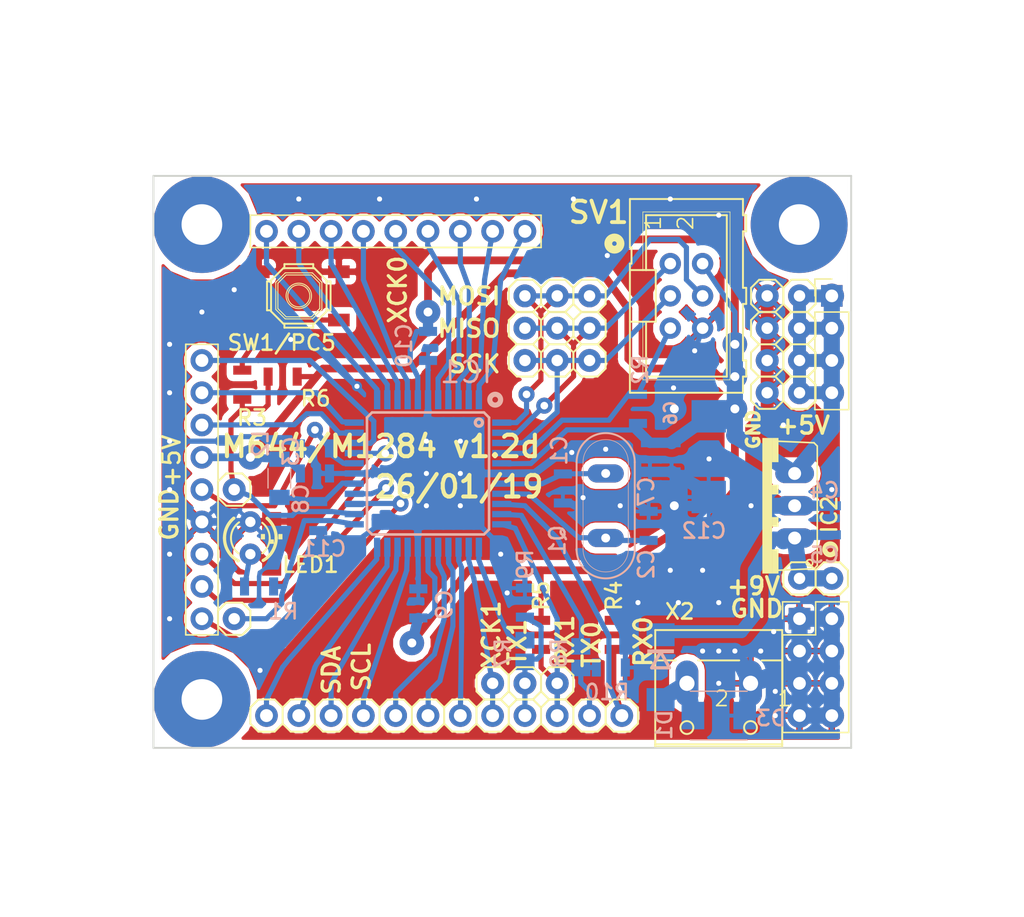
<source format=kicad_pcb>
(kicad_pcb (version 20171130) (host pcbnew "(5.0.2)-1")
  (title_block (title "M644/M1284 breakout board") (date 2019-04-02) (rev v1.2d) (company "(c) Ibragimov M. Russia Togliatty"))
  (layers (0 Top signal) (31 Bottom signal) (34 B.Paste user) (35 F.Paste user) (36 B.SilkS user) (37 F.SilkS user) (38 B.Mask user) (39 F.Mask user) (44 Edge.Cuts user))
  (net 0 "")
  (net 1 GND)
  (net 2 VCC)
  (net 3 /PB4)
  (net 4 /PB3)
  (net 5 /PB2)
  (net 6 /PB1)
  (net 7 /PB0)
  (net 8 /PA0)
  (net 9 /PA1)
  (net 10 /PA2)
  (net 11 /PA3)
  (net 12 /PA4)
  (net 13 /PA5)
  (net 14 /PA6)
  (net 15 /PA7)
  (net 16 /AREF)
  (net 17 "Net-(C11-PadP$1)")
  (net 18 /PC7)
  (net 19 /PC6)
  (net 20 /PC5)
  (net 21 /PC4)
  (net 22 /PC3)
  (net 23 /PC2)
  (net 24 /PC1)
  (net 25 /PC0)
  (net 26 /PD7)
  (net 27 /PD6)
  (net 28 /PD5)
  (net 29 /PD4)
  (net 30 /PD3)
  (net 31 /PD2)
  (net 32 /PD1)
  (net 33 /PD0)
  (net 34 "Net-(C2-PadP$1)")
  (net 35 "Net-(C1-PadP$1)")
  (net 36 /RESET)
  (net 37 /SCK)
  (net 38 /MISO)
  (net 39 /MOSI)
  (net 40 "Net-(C4-PadP$1)")
  (net 41 "Net-(LED1-PadA)")
  (net 42 /PD3')
  (net 43 /PD1')
  (net 44 "Net-(D1-PadA)")
  (net 45 "Net-(R3-PadP$1)")
  (module M644_breakout_v1.2d:SMBJ (layer Bottom) (at 165.6461 124.9636)
    (fp_text reference D3 (at 2.794 -0.5036) (layer B.SilkS) (effects (font (size 1.2065 1.2065) (thickness 0.2)) (justify right top mirror)))
    (fp_text value SM6T15CA)
    (pad A smd rect (at 2.04 0 180) (size 1.78 2.16) (layers Bottom B.Paste B.Mask) (net 1 GND))
    (pad C smd rect (at -2.03 0) (size 1.78 2.16) (layers Bottom B.Paste B.Mask) (net 44 "Net-(D1-PadA)"))
  )
  (module M644_breakout_v1.2d:DO214AA (layer Bottom) (at 161.0741 121.1536 270)
    (fp_text reference D1 (at 5.8464 0.4191 270) (layer B.SilkS) (effects (font (size 1.2065 1.2065) (thickness 0.2)) (justify right top mirror)))
    (fp_text value SM4007)
    (pad A smd rect (at 2.55 0 270) (size 1.8 2.2) (layers Bottom B.Paste B.Mask) (net 44 "Net-(D1-PadA)"))
    (pad C smd rect (at -2.55 0 270) (size 1.8 2.2) (layers Bottom B.Paste B.Mask) (net 40 "Net-(C4-PadP$1)"))
  )
  (module M644_breakout_v1.2d:D_7343-31R (layer Bottom) (at 164.8587 104.5928 90)
    (fp_text reference C12 (at -6.5322 1.5113 180) (layer B.SilkS) (effects (font (size 1.2065 1.2065) (thickness 0.2)) (justify left bottom mirror)))
    (fp_text value 100uF)
    (pad - smd rect (at -3.175 0 90) (size 2.55 2.7) (layers Bottom B.Paste B.Mask) (net 1 GND))
    (pad + smd rect (at 3.175 0 90) (size 2.55 2.7) (layers Bottom B.Paste B.Mask) (net 2 VCC))
  )
  (module M644_breakout_v1.2d:CHIPLED_1206 (layer Top) (at 130.4925 111.4508)
    (fp_text reference LED1_SMD1 hide)
    (fp_text value LED_RED/PC4/20)
    (pad A smd rect (at 0 1.75) (size 1.5 1.5) (layers Top F.Paste F.Mask) (net 41 "Net-(LED1-PadA)"))
    (pad C smd rect (at 0 -1.75) (size 1.5 1.5) (layers Top F.Paste F.Mask) (net 1 GND))
  )
  (module M644_breakout_v1.2d:L3216C (layer Bottom) (at 131.1021 106.2946 270)
    (fp_text reference L2 (at -1.5196 2.1971 90) (layer B.SilkS) (effects (font (size 1.2065 1.2065) (thickness 0.2)) (justify right top mirror)))
    (fp_text value 10uH)
    (pad 2 smd rect (at 1.5 0 270) (size 1.2 1.6) (layers Bottom B.Paste B.Mask) (net 17 "Net-(C11-PadP$1)"))
    (pad 1 smd rect (at -1.5 0 270) (size 1.2 1.6) (layers Bottom B.Paste B.Mask) (net 2 VCC))
  )
  (module M644_breakout_v1.2d:SW_TACT_SMALL (layer Top) (at 132.6261 91.9436 180)
    (fp_text reference SW1/PC5 (at -3.04 -2.9825) (layer F.SilkS) (effects (font (size 1.2065 1.2065) (thickness 0.2)) (justify right top)))
    (fp_text value SMD_TACT_4x4 hide)
    (pad 4 smd rect (at 3.15 1.9 270) (size 1 1.7) (layers Top F.Paste F.Mask) (net 1 GND))
    (pad 3 smd rect (at -3.15 1.9 270) (size 1 1.7) (layers Top F.Paste F.Mask) (net 1 GND))
    (pad 2 smd rect (at 3.15 -1.9 270) (size 1 1.7) (layers Top F.Paste F.Mask) (net 45 "Net-(R3-PadP$1)"))
    (pad 1 smd rect (at -3.15 -1.9 270) (size 1 1.7) (layers Top F.Paste F.Mask) (net 45 "Net-(R3-PadP$1)"))
  )
  (module M644_breakout_v1.2d:TO220V (layer Top) (at 169.0751 108.4536 90)
    (fp_text reference IC2 (at -2.286 5.969 90) (layer F.SilkS) (effects (font (size 1.2065 1.2065) (thickness 0.2)) (justify left bottom)))
    (fp_text value 78TV)
    (pad 3 thru_hole oval (at 2.54 2.54 180) (size 3.048 1.524) (drill 1.016) (layers *.Cu *.Mask) (net 2 VCC))
    (pad 2 thru_hole oval (at 0 2.54 180) (size 3.048 1.524) (drill 1.016) (layers *.Cu *.Mask) (net 1 GND))
    (pad 1 thru_hole oval (at -2.54 2.54 180) (size 3.048 1.524) (drill 1.016) (layers *.Cu *.Mask) (net 40 "Net-(C4-PadP$1)"))
  )
  (module M644_breakout_v1.2d:ML6 (layer Top) (at 163.1061 91.9436 270)
    (fp_text reference SV1 (at -5.5836 9.4361) (layer F.SilkS) (effects (font (size 1.6891 1.6891) (thickness 0.3)) (justify left bottom)))
    (fp_text value ISP_6PIN)
    (fp_text user 2 (at -5.08 -0.635 270) (layer F.SilkS) (effects (font (size 1.2065 1.2065) (thickness 0.127)) (justify left bottom)))
    (fp_text user 1 (at -5.08 1.905 270) (layer F.SilkS) (effects (font (size 1.2065 1.2065) (thickness 0.127)) (justify left bottom)))
    (pad 6 thru_hole circle (at 2.54 -1.27 270) (size 1.6764 1.6764) (drill 0.9144) (layers *.Cu *.Mask) (net 1 GND))
    (pad 5 thru_hole circle (at 2.54 1.27 270) (size 1.6764 1.6764) (drill 0.9144) (layers *.Cu *.Mask) (net 36 /RESET))
    (pad 4 thru_hole circle (at 0 -1.27 270) (size 1.6764 1.6764) (drill 0.9144) (layers *.Cu *.Mask) (net 39 /MOSI))
    (pad 3 thru_hole circle (at 0 1.27 270) (size 1.6764 1.6764) (drill 0.9144) (layers *.Cu *.Mask) (net 37 /SCK))
    (pad 2 thru_hole circle (at -2.54 -1.27 270) (size 1.6764 1.6764) (drill 0.9144) (layers *.Cu *.Mask) (net 2 VCC))
    (pad 1 thru_hole circle (at -2.54 1.27 270) (size 1.6764 1.6764) (drill 0.9144) (layers *.Cu *.Mask) (net 38 /MISO))
  )
  (module M644_breakout_v1.2d:1X12 (layer Top) (at 144.0561 124.9636 180)
    (fp_text reference JP3 hide)
    (fp_text value PIN1x12)
    (pad 12 thru_hole circle (at 13.97 0 270) (size 1.778 1.778) (drill 1.016) (layers *.Cu *.Mask) (net 22 /PC3))
    (pad 11 thru_hole circle (at 11.43 0 270) (size 1.778 1.778) (drill 1.016) (layers *.Cu *.Mask) (net 23 /PC2))
    (pad 10 thru_hole circle (at 8.89 0 270) (size 1.778 1.778) (drill 1.016) (layers *.Cu *.Mask) (net 24 /PC1))
    (pad 9 thru_hole circle (at 6.35 0 270) (size 1.778 1.778) (drill 1.016) (layers *.Cu *.Mask) (net 25 /PC0))
    (pad 8 thru_hole circle (at 3.81 0 270) (size 1.778 1.778) (drill 1.016) (layers *.Cu *.Mask) (net 26 /PD7))
    (pad 7 thru_hole circle (at 1.27 0 270) (size 1.778 1.778) (drill 1.016) (layers *.Cu *.Mask) (net 27 /PD6))
    (pad 6 thru_hole circle (at -1.27 0 270) (size 1.778 1.778) (drill 1.016) (layers *.Cu *.Mask) (net 28 /PD5))
    (pad 5 thru_hole circle (at -3.81 0 270) (size 1.778 1.778) (drill 1.016) (layers *.Cu *.Mask) (net 29 /PD4))
    (pad 4 thru_hole circle (at -6.35 0 270) (size 1.778 1.778) (drill 1.016) (layers *.Cu *.Mask) (net 42 /PD3'))
    (pad 3 thru_hole circle (at -8.89 0 270) (size 1.778 1.778) (drill 1.016) (layers *.Cu *.Mask) (net 31 /PD2))
    (pad 2 thru_hole circle (at -11.43 0 270) (size 1.778 1.778) (drill 1.016) (layers *.Cu *.Mask) (net 43 /PD1'))
    (pad 1 thru_hole circle (at -13.97 0 270) (size 1.778 1.778) (drill 1.016) (layers *.Cu *.Mask) (net 33 /PD0))
  )
  (module M644_breakout_v1.2d:TQFP44 (layer Bottom) (at 142.7861 105.9136 180)
    (fp_text reference IC1 (at -5.1689 6.985) (layer B.SilkS) (effects (font (size 1.6891 1.6891) (thickness 0.2)) (justify left bottom mirror)))
    (fp_text value ATMEGA16/32/644/1284)
    (pad 44 smd rect (at -4 5.8 180) (size 0.5 1.5) (layers Bottom B.Paste B.Mask) (net 3 /PB4))
    (pad 43 smd rect (at -3.2 5.8 180) (size 0.5 1.5) (layers Bottom B.Paste B.Mask) (net 4 /PB3))
    (pad 42 smd rect (at -2.4 5.8 180) (size 0.5 1.5) (layers Bottom B.Paste B.Mask) (net 5 /PB2))
    (pad 41 smd rect (at -1.6 5.8 180) (size 0.5 1.5) (layers Bottom B.Paste B.Mask) (net 6 /PB1))
    (pad 40 smd rect (at -0.8 5.8 180) (size 0.5 1.5) (layers Bottom B.Paste B.Mask) (net 7 /PB0))
    (pad 39 smd rect (at 0 5.8 180) (size 0.5 1.5) (layers Bottom B.Paste B.Mask) (net 1 GND))
    (pad 38 smd rect (at 0.8 5.8 180) (size 0.5 1.5) (layers Bottom B.Paste B.Mask) (net 2 VCC))
    (pad 37 smd rect (at 1.6 5.8 180) (size 0.5 1.5) (layers Bottom B.Paste B.Mask) (net 8 /PA0))
    (pad 36 smd rect (at 2.4 5.8 180) (size 0.5 1.5) (layers Bottom B.Paste B.Mask) (net 9 /PA1))
    (pad 35 smd rect (at 3.2 5.8 180) (size 0.5 1.5) (layers Bottom B.Paste B.Mask) (net 10 /PA2))
    (pad 34 smd rect (at 4 5.8 180) (size 0.5 1.5) (layers Bottom B.Paste B.Mask) (net 11 /PA3))
    (pad 33 smd rect (at 5.8 4 180) (size 1.5 0.5) (layers Bottom B.Paste B.Mask) (net 12 /PA4))
    (pad 32 smd rect (at 5.8 3.2 180) (size 1.5 0.5) (layers Bottom B.Paste B.Mask) (net 13 /PA5))
    (pad 31 smd rect (at 5.8 2.4 180) (size 1.5 0.5) (layers Bottom B.Paste B.Mask) (net 14 /PA6))
    (pad 30 smd rect (at 5.8 1.6 180) (size 1.5 0.5) (layers Bottom B.Paste B.Mask) (net 15 /PA7))
    (pad 29 smd rect (at 5.8 0.8 180) (size 1.5 0.5) (layers Bottom B.Paste B.Mask) (net 16 /AREF))
    (pad 28 smd rect (at 5.8 0 180) (size 1.5 0.5) (layers Bottom B.Paste B.Mask) (net 1 GND))
    (pad 27 smd rect (at 5.8 -0.8 180) (size 1.5 0.5) (layers Bottom B.Paste B.Mask) (net 17 "Net-(C11-PadP$1)"))
    (pad 26 smd rect (at 5.8 -1.6 180) (size 1.5 0.5) (layers Bottom B.Paste B.Mask) (net 18 /PC7))
    (pad 25 smd rect (at 5.8 -2.4 180) (size 1.5 0.5) (layers Bottom B.Paste B.Mask) (net 19 /PC6))
    (pad 24 smd rect (at 5.8 -3.2 180) (size 1.5 0.5) (layers Bottom B.Paste B.Mask) (net 20 /PC5))
    (pad 23 smd rect (at 5.8 -4 180) (size 1.5 0.5) (layers Bottom B.Paste B.Mask) (net 21 /PC4))
    (pad 22 smd rect (at 4 -5.8 180) (size 0.5 1.5) (layers Bottom B.Paste B.Mask) (net 22 /PC3))
    (pad 21 smd rect (at 3.2 -5.8 180) (size 0.5 1.5) (layers Bottom B.Paste B.Mask) (net 23 /PC2))
    (pad 20 smd rect (at 2.4 -5.8 180) (size 0.5 1.5) (layers Bottom B.Paste B.Mask) (net 24 /PC1))
    (pad 19 smd rect (at 1.6 -5.8 180) (size 0.5 1.5) (layers Bottom B.Paste B.Mask) (net 25 /PC0))
    (pad 18 smd rect (at 0.8 -5.8 180) (size 0.5 1.5) (layers Bottom B.Paste B.Mask) (net 1 GND))
    (pad 17 smd rect (at 0 -5.8 180) (size 0.5 1.5) (layers Bottom B.Paste B.Mask) (net 2 VCC))
    (pad 16 smd rect (at -0.8 -5.8 180) (size 0.5 1.5) (layers Bottom B.Paste B.Mask) (net 26 /PD7))
    (pad 15 smd rect (at -1.6 -5.8 180) (size 0.5 1.5) (layers Bottom B.Paste B.Mask) (net 27 /PD6))
    (pad 14 smd rect (at -2.4 -5.8 180) (size 0.5 1.5) (layers Bottom B.Paste B.Mask) (net 28 /PD5))
    (pad 13 smd rect (at -3.2 -5.8 180) (size 0.5 1.5) (layers Bottom B.Paste B.Mask) (net 29 /PD4))
    (pad 12 smd rect (at -4 -5.8 180) (size 0.5 1.5) (layers Bottom B.Paste B.Mask) (net 30 /PD3))
    (pad 11 smd rect (at -5.8 -4 180) (size 1.5 0.5) (layers Bottom B.Paste B.Mask) (net 31 /PD2))
    (pad 10 smd rect (at -5.8 -3.2 180) (size 1.5 0.5) (layers Bottom B.Paste B.Mask) (net 32 /PD1))
    (pad 9 smd rect (at -5.8 -2.4 180) (size 1.5 0.5) (layers Bottom B.Paste B.Mask) (net 33 /PD0))
    (pad 8 smd rect (at -5.8 -1.6 180) (size 1.5 0.5) (layers Bottom B.Paste B.Mask) (net 34 "Net-(C2-PadP$1)"))
    (pad 7 smd rect (at -5.8 -0.8 180) (size 1.5 0.5) (layers Bottom B.Paste B.Mask) (net 35 "Net-(C1-PadP$1)"))
    (pad 6 smd rect (at -5.8 0 180) (size 1.5 0.5) (layers Bottom B.Paste B.Mask) (net 1 GND))
    (pad 5 smd rect (at -5.8 0.8 180) (size 1.5 0.5) (layers Bottom B.Paste B.Mask) (net 2 VCC))
    (pad 4 smd rect (at -5.8 1.6 180) (size 1.5 0.5) (layers Bottom B.Paste B.Mask) (net 36 /RESET))
    (pad 3 smd rect (at -5.8 2.4 180) (size 1.5 0.5) (layers Bottom B.Paste B.Mask) (net 37 /SCK))
    (pad 2 smd rect (at -5.8 3.2 180) (size 1.5 0.5) (layers Bottom B.Paste B.Mask) (net 38 /MISO))
    (pad 1 smd rect (at -5.8 4 180) (size 1.5 0.5) (layers Bottom B.Paste B.Mask) (net 39 /MOSI))
  )
  (module M644_breakout_v1.2d:R0805H (layer Bottom) (at 159.2961 100.8336 270)
    (fp_text reference R2 (at -1.7736 0.5461 90) (layer B.SilkS) (effects (font (size 1.2065 1.2065) (thickness 0.2)) (justify right top mirror)))
    (fp_text value 4.7KOm)
    (pad P$2 smd rect (at 1.143 0 180) (size 1.4224 0.7112) (layers Bottom B.Paste B.Mask) (net 2 VCC))
    (pad P$1 smd rect (at -1.143 0 180) (size 1.4224 0.7112) (layers Bottom B.Paste B.Mask) (net 36 /RESET))
  )
  (module M644_breakout_v1.2d:R0805H (layer Bottom) (at 129.5019 114.8036 180)
    (fp_text reference R1 (at -3.2131 -2.6714) (layer B.SilkS) (effects (font (size 1.2065 1.2065) (thickness 0.2)) (justify left bottom mirror)))
    (fp_text value 1Kom)
    (pad P$2 smd rect (at 1.143 0 90) (size 1.4224 0.7112) (layers Bottom B.Paste B.Mask) (net 41 "Net-(LED1-PadA)"))
    (pad P$1 smd rect (at -1.143 0 90) (size 1.4224 0.7112) (layers Bottom B.Paste B.Mask) (net 21 /PC4))
  )
  (module M644_breakout_v1.2d:R0805H (layer Top) (at 128.1811 98.9286 270)
    (fp_text reference R3 (at 3.3064 0.5461) (layer F.SilkS) (effects (font (size 1.2065 1.2065) (thickness 0.2)) (justify left bottom)))
    (fp_text value 510Om)
    (pad P$2 smd rect (at 1.143 0) (size 1.4224 0.7112) (layers Top F.Paste F.Mask) (net 20 /PC5))
    (pad P$1 smd rect (at -1.143 0) (size 1.4224 0.7112) (layers Top F.Paste F.Mask) (net 45 "Net-(R3-PadP$1)"))
  )
  (module M644_breakout_v1.2d:R0805H (layer Top) (at 157.3911 118.6136 90)
    (fp_text reference R4 (at 1.7736 0.7239 90) (layer F.SilkS) (effects (font (size 1.2065 1.2065) (thickness 0.2)) (justify left bottom)))
    (fp_text value 10KOm)
    (pad P$2 smd rect (at 1.143 0 180) (size 1.4224 0.7112) (layers Top F.Paste F.Mask) (net 2 VCC))
    (pad P$1 smd rect (at -1.143 0 180) (size 1.4224 0.7112) (layers Top F.Paste F.Mask) (net 33 /PD0))
  )
  (module M644_breakout_v1.2d:R0805H (layer Top) (at 151.6761 118.6136 90)
    (fp_text reference R5 (at 1.7736 0.7239 90) (layer F.SilkS) (effects (font (size 1.2065 1.2065) (thickness 0.2)) (justify left bottom)))
    (fp_text value 10KOm)
    (pad P$2 smd rect (at 1.143 0 180) (size 1.4224 0.7112) (layers Top F.Paste F.Mask) (net 2 VCC))
    (pad P$1 smd rect (at -1.143 0 180) (size 1.4224 0.7112) (layers Top F.Paste F.Mask) (net 31 /PD2))
  )
  (module M644_breakout_v1.2d:R0805H (layer Top) (at 131.3561 98.2936 180)
    (fp_text reference R6 (at -3.8989 -1.016) (layer F.SilkS) (effects (font (size 1.2065 1.2065) (thickness 0.2)) (justify right top)))
    (fp_text value 10kOm)
    (pad P$2 smd rect (at 1.143 0 270) (size 1.4224 0.7112) (layers Top F.Paste F.Mask) (net 20 /PC5))
    (pad P$1 smd rect (at -1.143 0 270) (size 1.4224 0.7112) (layers Top F.Paste F.Mask) (net 2 VCC))
  )
  (module M644_breakout_v1.2d:R0805H (layer Bottom) (at 150.4061 116.0736 90)
    (fp_text reference R9 (at 4.3136 0.7239 90) (layer B.SilkS) (effects (font (size 1.2065 1.2065) (thickness 0.2)) (justify left bottom mirror)))
    (fp_text value 2Kom)
    (pad P$2 smd rect (at 1.143 0) (size 1.4224 0.7112) (layers Bottom B.Paste B.Mask) (net 1 GND))
    (pad P$1 smd rect (at -1.143 0) (size 1.4224 0.7112) (layers Bottom B.Paste B.Mask) (net 42 /PD3'))
  )
  (module M644_breakout_v1.2d:R0805H (layer Bottom) (at 157.1625 121.179)
    (fp_text reference R10 (at 1.5875 2.646) (layer B.SilkS) (effects (font (size 1.2065 1.2065) (thickness 0.2)) (justify left bottom mirror)))
    (fp_text value 2Kom)
    (pad P$2 smd rect (at 1.143 0 270) (size 1.4224 0.7112) (layers Bottom B.Paste B.Mask) (net 1 GND))
    (pad P$1 smd rect (at -1.143 0 270) (size 1.4224 0.7112) (layers Bottom B.Paste B.Mask) (net 43 /PD1'))
  )
  (module M644_breakout_v1.2d:QS (layer Bottom) (at 156.7561 108.4536 90)
    (fp_text reference Q1 (at -1.4014 -3.0861 90) (layer B.SilkS) (effects (font (size 1.2065 1.2065) (thickness 0.2)) (justify left bottom mirror)))
    (fp_text value 16Mhz)
    (pad 2 thru_hole oval (at 2.54 0) (size 2.8448 1.4224) (drill 0.7) (layers *.Cu *.Mask) (net 35 "Net-(C1-PadP$1)"))
    (pad 1 thru_hole oval (at -2.54 0) (size 2.8448 1.4224) (drill 0.7) (layers *.Cu *.Mask) (net 34 "Net-(C2-PadP$1)"))
  )
  (module M644_breakout_v1.2d:C0805H (layer Bottom) (at 160.1343 110.0411 90)
    (fp_text reference C2 (at -1.7189 0.5207 90) (layer B.SilkS) (effects (font (size 1.2065 1.2065) (thickness 0.2)) (justify left bottom mirror)))
    (fp_text value 18pf)
    (pad P$2 smd rect (at 1.143 0) (size 1.4224 0.7112) (layers Bottom B.Paste B.Mask) (net 1 GND))
    (pad P$1 smd rect (at -1.143 0) (size 1.4224 0.7112) (layers Bottom B.Paste B.Mask) (net 34 "Net-(C2-PadP$1)"))
  )
  (module M644_breakout_v1.2d:C0805H (layer Bottom) (at 153.3906 107.0947 270)
    (fp_text reference C1 (at -1.6847 0.9906 90) (layer B.SilkS) (effects (font (size 1.2065 1.2065) (thickness 0.2)) (justify right top mirror)))
    (fp_text value 18pf)
    (pad P$2 smd rect (at 1.143 0 180) (size 1.4224 0.7112) (layers Bottom B.Paste B.Mask) (net 1 GND))
    (pad P$1 smd rect (at -1.143 0 180) (size 1.4224 0.7112) (layers Bottom B.Paste B.Mask) (net 35 "Net-(C1-PadP$1)"))
  )
  (module M644_breakout_v1.2d:C0805H (layer Bottom) (at 160.2359 104.6436 270)
    (fp_text reference C7 (at 1.4014 -0.4191 90) (layer B.SilkS) (effects (font (size 1.2065 1.2065) (thickness 0.2)) (justify left bottom mirror)))
    (fp_text value 0.1mF)
    (pad P$2 smd rect (at 1.143 0 180) (size 1.4224 0.7112) (layers Bottom B.Paste B.Mask) (net 1 GND))
    (pad P$1 smd rect (at -1.143 0 180) (size 1.4224 0.7112) (layers Bottom B.Paste B.Mask) (net 2 VCC))
  )
  (module M644_breakout_v1.2d:C0805H (layer Bottom) (at 133.8961 103.9451)
    (fp_text reference C3 (at -1.1811 -1.0751 -90) (layer B.SilkS) (effects (font (size 1.2065 1.2065) (thickness 0.2)) (justify left bottom mirror)))
    (fp_text value 0.1mF)
    (pad P$2 smd rect (at 1.143 0 270) (size 1.4224 0.7112) (layers Bottom B.Paste B.Mask) (net 16 /AREF))
    (pad P$1 smd rect (at -1.143 0 270) (size 1.4224 0.7112) (layers Bottom B.Paste B.Mask) (net 1 GND))
  )
  (module M644_breakout_v1.2d:C0805H (layer Bottom) (at 173.0883 109.5966 90)
    (fp_text reference C5 (at -3.4334 2.1717 180) (layer B.SilkS) (effects (font (size 1.2 1.2) (thickness 0.2)) (justify left bottom mirror)))
    (fp_text value 0.1mF)
    (pad P$2 smd rect (at 1.143 0) (size 1.4224 0.7112) (layers Bottom B.Paste B.Mask) (net 1 GND))
    (pad P$1 smd rect (at -1.143 0) (size 1.4224 0.7112) (layers Bottom B.Paste B.Mask) (net 40 "Net-(C4-PadP$1)"))
  )
  (module M644_breakout_v1.2d:LED3MM (layer Top) (at 128.8161 110.9936 90)
    (fp_text reference LED1 (at -1.4014 7.0739) (layer F.SilkS) (effects (font (size 1.2065 1.2065) (thickness 0.2)) (justify right top)))
    (fp_text value LED_RED/PC4/20)
    (pad K thru_hole circle (at 1.27 0 90) (size 1.6764 1.6764) (drill 0.8128) (layers *.Cu *.Mask) (net 1 GND))
    (pad A thru_hole circle (at -1.27 0 90) (size 1.6764 1.6764) (drill 0.8128) (layers *.Cu *.Mask) (net 41 "Net-(LED1-PadA)"))
  )
  (module M644_breakout_v1.2d:C0805H (layer Bottom) (at 133.8961 105.9136 180)
    (fp_text reference C8 (at 1.8161 -3.3064 270) (layer B.SilkS) (effects (font (size 1.2065 1.2065) (thickness 0.2)) (justify right top mirror)))
    (fp_text value 0.1mF)
    (pad P$2 smd rect (at 1.143 0 90) (size 1.4224 0.7112) (layers Bottom B.Paste B.Mask) (net 2 VCC))
    (pad P$1 smd rect (at -1.143 0 90) (size 1.4224 0.7112) (layers Bottom B.Paste B.Mask) (net 1 GND))
  )
  (module M644_breakout_v1.2d:C0805H (layer Bottom) (at 142.0241 116.1371 270)
    (fp_text reference C9 (at -1.2021 -2.7559 270) (layer B.SilkS) (effects (font (size 1.2065 1.2065) (thickness 0.2)) (justify left bottom mirror)))
    (fp_text value 0.1mF)
    (pad P$2 smd rect (at 1.143 0 180) (size 1.4224 0.7112) (layers Bottom B.Paste B.Mask) (net 2 VCC))
    (pad P$1 smd rect (at -1.143 0 180) (size 1.4224 0.7112) (layers Bottom B.Paste B.Mask) (net 1 GND))
  )
  (module M644_breakout_v1.2d:C0805H (layer Bottom) (at 142.7861 95.8806 90)
    (fp_text reference C10 (at 1.9006 -1.1811 90) (layer B.SilkS) (effects (font (size 1.2065 1.2065) (thickness 0.2)) (justify left bottom mirror)))
    (fp_text value 0.1mF)
    (pad P$2 smd rect (at 1.143 0) (size 1.4224 0.7112) (layers Bottom B.Paste B.Mask) (net 2 VCC))
    (pad P$1 smd rect (at -1.143 0) (size 1.4224 0.7112) (layers Bottom B.Paste B.Mask) (net 1 GND))
  )
  (module M644_breakout_v1.2d:C0805H (layer Bottom) (at 134.1501 109.2664 270)
    (fp_text reference C11 (at 1.8586 1.4351 180) (layer B.SilkS) (effects (font (size 1.2065 1.2065) (thickness 0.2)) (justify right top mirror)))
    (fp_text value 0.1mF)
    (pad P$2 smd rect (at 1.143 0 180) (size 1.4224 0.7112) (layers Bottom B.Paste B.Mask) (net 1 GND))
    (pad P$1 smd rect (at -1.143 0 180) (size 1.4224 0.7112) (layers Bottom B.Paste B.Mask) (net 17 "Net-(C11-PadP$1)"))
  )
  (module M644_breakout_v1.2d:1X09-BIG (layer Top) (at 140.2461 86.8636 180)
    (fp_text reference JP1 hide)
    (fp_text value PIN1x9)
    (pad 9 thru_hole circle (at 10.16 0 270) (size 1.778 1.778) (drill 1.016) (layers *.Cu *.Mask) (net 11 /PA3))
    (pad 8 thru_hole circle (at 7.62 0 270) (size 1.778 1.778) (drill 1.016) (layers *.Cu *.Mask) (net 10 /PA2))
    (pad 7 thru_hole circle (at 5.08 0 270) (size 1.778 1.778) (drill 1.016) (layers *.Cu *.Mask) (net 9 /PA1))
    (pad 6 thru_hole circle (at 2.54 0 270) (size 1.778 1.778) (drill 1.016) (layers *.Cu *.Mask) (net 8 /PA0))
    (pad 5 thru_hole circle (at 0 0 270) (size 1.778 1.778) (drill 1.016) (layers *.Cu *.Mask) (net 7 /PB0))
    (pad 4 thru_hole circle (at -2.54 0 270) (size 1.778 1.778) (drill 1.016) (layers *.Cu *.Mask) (net 6 /PB1))
    (pad 3 thru_hole circle (at -5.08 0 270) (size 1.778 1.778) (drill 1.016) (layers *.Cu *.Mask) (net 5 /PB2))
    (pad 2 thru_hole circle (at -7.62 0 270) (size 1.778 1.778) (drill 1.016) (layers *.Cu *.Mask) (net 4 /PB3))
    (pad 1 thru_hole circle (at -10.16 0 270) (size 1.778 1.778) (drill 1.016) (layers *.Cu *.Mask) (net 3 /PB4))
  )
  (module M644_breakout_v1.2d:1X09-BIG (layer Top) (at 125.0061 107.1836 270)
    (fp_text reference JP2 hide)
    (fp_text value PIN1x9)
    (pad 9 thru_hole circle (at 10.16 0) (size 1.778 1.778) (drill 1.016) (layers *.Cu *.Mask) (net 19 /PC6))
    (pad 8 thru_hole circle (at 7.62 0) (size 1.778 1.778) (drill 1.016) (layers *.Cu *.Mask) (net 18 /PC7))
    (pad 7 thru_hole circle (at 5.08 0) (size 1.778 1.778) (drill 1.016) (layers *.Cu *.Mask) (net 15 /PA7))
    (pad 6 thru_hole circle (at 2.54 0) (size 1.778 1.778) (drill 1.016) (layers *.Cu *.Mask) (net 1 GND))
    (pad 5 thru_hole circle (at 0 0) (size 1.778 1.778) (drill 1.016) (layers *.Cu *.Mask) (net 16 /AREF))
    (pad 4 thru_hole circle (at -2.54 0) (size 1.778 1.778) (drill 1.016) (layers *.Cu *.Mask) (net 2 VCC))
    (pad 3 thru_hole circle (at -5.08 0) (size 1.778 1.778) (drill 1.016) (layers *.Cu *.Mask) (net 13 /PA5))
    (pad 2 thru_hole circle (at -7.62 0) (size 1.778 1.778) (drill 1.016) (layers *.Cu *.Mask) (net 12 /PA4))
    (pad 1 thru_hole circle (at -10.16 0) (size 1.778 1.778) (drill 1.016) (layers *.Cu *.Mask) (net 14 /PA6))
  )
  (module M644_breakout_v1.2d:C0805H (layer Bottom) (at 174.5361 109.5966 90)
    (fp_text reference C4 (at 1.6466 0.7239 180) (layer B.SilkS) (effects (font (size 1.2065 1.2065) (thickness 0.2)) (justify left bottom mirror)))
    (fp_text value 10uF)
    (pad P$2 smd rect (at 1.143 0) (size 1.4224 0.7112) (layers Bottom B.Paste B.Mask) (net 1 GND))
    (pad P$1 smd rect (at -1.143 0) (size 1.4224 0.7112) (layers Bottom B.Paste B.Mask) (net 40 "Net-(C4-PadP$1)"))
  )
  (module M644_breakout_v1.2d:C0805H (layer Bottom) (at 161.9377 104.6436 270)
    (fp_text reference C6 (at -2.4086 0.6477 270) (layer B.SilkS) (effects (font (size 0.9652 0.9652) (thickness 0.2)) (justify right top mirror)))
    (fp_text value 22uF)
    (pad P$2 smd rect (at 1.143 0 180) (size 1.4224 0.7112) (layers Bottom B.Paste B.Mask) (net 1 GND))
    (pad P$1 smd rect (at -1.143 0 180) (size 1.4224 0.7112) (layers Bottom B.Paste B.Mask) (net 2 VCC))
  )
  (module M644_breakout_v1.2d:W237-102 (layer Top) (at 165.6461 123.6936 180)
    (fp_text reference X2 (at 1.778 7.62) (layer F.SilkS) (effects (font (size 1.2065 1.2065) (thickness 0.2)) (justify right top)))
    (fp_text value DG300-5.0-02P-12)
    (fp_text user 2 (at 0.421 -0.635 180) (layer F.SilkS) (effects (font (size 1.2065 1.2065) (thickness 0.127)) (justify left bottom)))
    (fp_text user 1 (at -4.532 -0.635 180) (layer F.SilkS) (effects (font (size 1.2065 1.2065) (thickness 0.127)) (justify left bottom)))
    (pad 2 thru_hole oval (at 2.5 1.27 270) (size 3.5814 1.7907) (drill 1.1938) (layers *.Cu *.Mask) (net 44 "Net-(D1-PadA)"))
    (pad 1 thru_hole oval (at -2.5 1.27 270) (size 3.5814 1.7907) (drill 1.1938) (layers *.Cu *.Mask) (net 1 GND))
  )
  (module M644_breakout_v1.2d:1X01 (layer Top) (at 150.4061 97.0236)
    (fp_text reference JP4 hide)
    (fp_text value PINx1)
    (pad 1 thru_hole circle (at 0 0) (size 1.8 1.8) (drill 0.9) (layers *.Cu *.Mask) (net 37 /SCK))
  )
  (module M644_breakout_v1.2d:1X01 (layer Top) (at 152.9461 97.0236)
    (fp_text reference JP5 hide)
    (fp_text value PINx1)
    (pad 1 thru_hole circle (at 0 0) (size 1.8 1.8) (drill 0.9) (layers *.Cu *.Mask) (net 37 /SCK))
  )
  (module M644_breakout_v1.2d:1X01 (layer Top) (at 152.9461 94.4836)
    (fp_text reference JP6 hide)
    (fp_text value PINx1)
    (pad 1 thru_hole circle (at 0 0) (size 1.8 1.8) (drill 0.9) (layers *.Cu *.Mask) (net 38 /MISO))
  )
  (module M644_breakout_v1.2d:1X01 (layer Top) (at 150.4061 94.4836)
    (fp_text reference JP7 hide)
    (fp_text value PINx1)
    (pad 1 thru_hole circle (at 0 0) (size 1.8 1.8) (drill 0.9) (layers *.Cu *.Mask) (net 38 /MISO))
  )
  (module M644_breakout_v1.2d:1X01 (layer Top) (at 150.4061 91.9436)
    (fp_text reference JP8 hide)
    (fp_text value PINx1)
    (pad 1 thru_hole circle (at 0 0) (size 1.8 1.8) (drill 0.9) (layers *.Cu *.Mask) (net 39 /MOSI))
  )
  (module M644_breakout_v1.2d:1X01 (layer Top) (at 152.9461 91.9436)
    (fp_text reference JP9 hide)
    (fp_text value PINx1)
    (pad 1 thru_hole circle (at 0 0) (size 1.8 1.8) (drill 0.9) (layers *.Cu *.Mask) (net 39 /MOSI))
  )
  (module M644_breakout_v1.2d:1X01 (layer Top) (at 155.4861 97.0236)
    (fp_text reference JP11 hide)
    (fp_text value PINx1)
    (pad 1 thru_hole circle (at 0 0) (size 1.8 1.8) (drill 0.9) (layers *.Cu *.Mask) (net 37 /SCK))
  )
  (module M644_breakout_v1.2d:1X01 (layer Top) (at 155.4861 94.4836)
    (fp_text reference JP12 hide)
    (fp_text value PINx1)
    (pad 1 thru_hole circle (at 0 0) (size 1.8 1.8) (drill 0.9) (layers *.Cu *.Mask) (net 38 /MISO))
  )
  (module M644_breakout_v1.2d:1X01 (layer Top) (at 155.4861 91.9436)
    (fp_text reference JP13 hide)
    (fp_text value PINx1)
    (pad 1 thru_hole circle (at 0 0) (size 1.8 1.8) (drill 0.9) (layers *.Cu *.Mask) (net 39 /MOSI))
  )
  (module M644_breakout_v1.2d:1X01 (layer Top) (at 171.9961 91.9436)
    (fp_text reference JP14 hide)
    (fp_text value PINx1)
    (pad 1 thru_hole circle (at 0 0) (size 1.8 1.8) (drill 0.9) (layers *.Cu *.Mask) (net 2 VCC))
  )
  (module M644_breakout_v1.2d:1X01 (layer Top) (at 171.9961 94.4836)
    (fp_text reference JP15 hide)
    (fp_text value PINx1)
    (pad 1 thru_hole circle (at 0 0) (size 1.8 1.8) (drill 0.9) (layers *.Cu *.Mask) (net 2 VCC))
  )
  (module M644_breakout_v1.2d:1X01 (layer Top) (at 171.9961 97.0236)
    (fp_text reference JP16 hide)
    (fp_text value PINx1)
    (pad 1 thru_hole circle (at 0 0) (size 1.8 1.8) (drill 0.9) (layers *.Cu *.Mask) (net 2 VCC))
  )
  (module M644_breakout_v1.2d:1X01 (layer Top) (at 171.9961 99.5636)
    (fp_text reference JP17 hide)
    (fp_text value PINx1)
    (pad 1 thru_hole circle (at 0 0) (size 1.8 1.8) (drill 0.9) (layers *.Cu *.Mask) (net 2 VCC))
  )
  (module M644_breakout_v1.2d:1X01 (layer Top) (at 169.4561 91.9436)
    (fp_text reference JP19 hide)
    (fp_text value PINx1)
    (pad 1 thru_hole circle (at 0 0) (size 1.8 1.8) (drill 0.9) (layers *.Cu *.Mask) (net 1 GND))
  )
  (module M644_breakout_v1.2d:1X01 (layer Top) (at 169.4561 94.4836)
    (fp_text reference JP20 hide)
    (fp_text value PINx1)
    (pad 1 thru_hole circle (at 0 0) (size 1.8 1.8) (drill 0.9) (layers *.Cu *.Mask) (net 1 GND))
  )
  (module M644_breakout_v1.2d:1X01 (layer Top) (at 169.4561 97.0236)
    (fp_text reference JP21 hide)
    (fp_text value PINx1)
    (pad 1 thru_hole circle (at 0 0) (size 1.8 1.8) (drill 0.9) (layers *.Cu *.Mask) (net 1 GND))
  )
  (module M644_breakout_v1.2d:1X01 (layer Top) (at 169.4561 99.5636)
    (fp_text reference JP22 hide)
    (fp_text value PINx1)
    (pad 1 thru_hole circle (at 0 0) (size 1.8 1.8) (drill 0.9) (layers *.Cu *.Mask) (net 1 GND))
  )
  (module M644_breakout_v1.2d:1X01 (layer Top) (at 152.9461 122.4236)
    (fp_text reference JP24 hide)
    (fp_text value PINx1)
    (pad 1 thru_hole circle (at 0 0) (size 1.8 1.8) (drill 0.9) (layers *.Cu *.Mask) (net 31 /PD2))
  )
  (module M644_breakout_v1.2d:1X01 (layer Top) (at 150.4061 122.4236)
    (fp_text reference JP25 hide)
    (fp_text value PINx1)
    (pad 1 thru_hole circle (at 0 0) (size 1.8 1.8) (drill 0.9) (layers *.Cu *.Mask) (net 42 /PD3'))
  )
  (module M644_breakout_v1.2d:1X01 (layer Top) (at 147.8661 122.4236)
    (fp_text reference JP26 hide)
    (fp_text value PINx1)
    (pad 1 thru_hole circle (at 0 0) (size 1.8 1.8) (drill 0.9) (layers *.Cu *.Mask) (net 29 /PD4))
  )
  (module M644_breakout_v1.2d:1X01 (layer Top) (at 127.5461 107.1836)
    (fp_text reference JP27 hide)
    (fp_text value PINx1)
    (pad 1 thru_hole circle (at 0 0) (size 1.8 1.8) (drill 0.9) (layers *.Cu *.Mask) (net 20 /PC5))
  )
  (module M644_breakout_v1.2d:1X01 (layer Top) (at 127.5461 117.3436)
    (fp_text reference JP28 hide)
    (fp_text value PINx1)
    (pad 1 thru_hole circle (at 0 0) (size 1.8 1.8) (drill 0.9) (layers *.Cu *.Mask) (net 21 /PC4))
  )
  (module M644_breakout_v1.2d:1X01 (layer Top) (at 171.9961 114.1686)
    (fp_text reference JP10 hide)
    (fp_text value PINx1)
    (pad 1 thru_hole circle (at 0 0) (size 1.8 1.8) (drill 0.9) (layers *.Cu *.Mask) (net 40 "Net-(C4-PadP$1)"))
  )
  (module M644_breakout_v1.2d:1X01 (layer Top) (at 174.5361 114.1686)
    (fp_text reference JP29 hide)
    (fp_text value PINx1)
    (pad 1 thru_hole circle (at 0 0) (size 1.8 1.8) (drill 0.9) (layers *.Cu *.Mask) (net 40 "Net-(C4-PadP$1)"))
  )
  (module M644_breakout_v1.2d:R0805 (layer Bottom) (at 150.4061 119.8836 270)
    (fp_text reference R7 (at -1.1386 1.016 270) (layer B.SilkS) (effects (font (size 1.2065 1.2065) (thickness 0.2)) (justify left bottom mirror)))
    (fp_text value 1Kom)
    (pad 2 smd rect (at 0.85 0 270) (size 1.3 1.5) (layers Bottom B.Paste B.Mask) (net 42 /PD3'))
    (pad 1 smd rect (at -0.85 0 270) (size 1.3 1.5) (layers Bottom B.Paste B.Mask) (net 30 /PD3))
  )
  (module M644_breakout_v1.2d:R0805 (layer Bottom) (at 154.8003 120.3662 270)
    (fp_text reference R8 (at -1.6212 1.016 270) (layer B.SilkS) (effects (font (size 1.2065 1.2065) (thickness 0.2)) (justify left bottom mirror)))
    (fp_text value 1Kom)
    (pad 2 smd rect (at 0.85 0 270) (size 1.3 1.5) (layers Bottom B.Paste B.Mask) (net 43 /PD1'))
    (pad 1 smd rect (at -0.85 0 270) (size 1.3 1.5) (layers Bottom B.Paste B.Mask) (net 32 /PD1))
  )
  (module Pin_Headers:Pin_Header_Straight_2x04_Pitch2.54mm (layer Top) (at 171.9961 117.3436)
    (fp_text reference REF** hide)
    (fp_text value Pin_Header_Straight_2x04_Pitch2.54mm)
    (pad 1 thru_hole rect (at 0 0) (size 1.7 1.7) (drill 1) (layers *.Cu *.Mask) (net 1 GND))
    (pad 2 thru_hole oval (at 2.54 0) (size 1.7 1.7) (drill 1) (layers *.Cu *.Mask) (net 1 GND))
    (pad 3 thru_hole oval (at 0 2.54) (size 1.7 1.7) (drill 1) (layers *.Cu *.Mask) (net 1 GND))
    (pad 4 thru_hole oval (at 2.54 2.54) (size 1.7 1.7) (drill 1) (layers *.Cu *.Mask) (net 1 GND))
    (pad 5 thru_hole oval (at 0 5.08) (size 1.7 1.7) (drill 1) (layers *.Cu *.Mask) (net 1 GND))
    (pad 6 thru_hole oval (at 2.54 5.08) (size 1.7 1.7) (drill 1) (layers *.Cu *.Mask) (net 1 GND))
    (pad 7 thru_hole oval (at 0 7.62) (size 1.7 1.7) (drill 1) (layers *.Cu *.Mask) (net 1 GND))
    (pad 8 thru_hole oval (at 2.54 7.62) (size 1.7 1.7) (drill 1) (layers *.Cu *.Mask) (net 1 GND))
  )
  (module Pin_Headers:Pin_Header_Straight_1x04_Pitch2.54mm (layer Top) (at 174.5361 91.9436)
    (fp_text reference REF** hide)
    (fp_text value Pin_Header_Straight_1x04_Pitch2.54mm)
    (pad 1 thru_hole rect (at 0 0) (size 1.7 1.7) (drill 1) (layers *.Cu *.Mask) (net 2 VCC))
    (pad 2 thru_hole oval (at 0 2.54) (size 1.7 1.7) (drill 1) (layers *.Cu *.Mask) (net 2 VCC))
    (pad 3 thru_hole oval (at 0 5.08) (size 1.7 1.7) (drill 1) (layers *.Cu *.Mask) (net 2 VCC))
    (pad 4 thru_hole oval (at 0 7.62) (size 1.7 1.7) (drill 1) (layers *.Cu *.Mask) (net 2 VCC))
  )
  (gr_text GND (at 168.9481 104.1356 90) (layer F.SilkS) (effects (font (size 1 1) (thickness 0.25)) (justify left bottom)))
  (gr_line (start 121.1961 127.5036) (end 176.0601 127.5036) (layer Edge.Cuts) (width 0.15))
  (gr_line (start 176.0601 127.5036) (end 176.0601 82.5036) (layer Edge.Cuts) (width 0.15))
  (gr_line (start 176.0601 82.5036) (end 121.1961 82.5036) (layer Edge.Cuts) (width 0.15))
  (gr_line (start 121.1961 82.5036) (end 121.1961 127.5036) (layer Edge.Cuts) (width 0.15))
  (gr_circle (center 148.0693 100.1097) (end 148.4952 100.1097) (layer B.SilkS) (width 0.4064))
  (gr_circle (center 157.4419 87.8288) (end 157.9251 87.8288) (layer F.SilkS) (width 0.6096))
  (gr_circle (center 174.4091 111.8826) (end 174.835 111.8826) (layer F.SilkS) (width 0.4064))
  (gr_text "M644/M1284 v1.2d" (at 126.365 104.775) (layer F.SilkS) (effects (font (size 1.6891 1.6891) (thickness 0.32004)) (justify left bottom)))
  (gr_text 26/01/19 (at 138.43 107.95) (layer F.SilkS) (effects (font (size 1.6891 1.6891) (thickness 0.32004)) (justify left bottom)))
  (gr_text RX0 (at 158.9151 117.0134 90) (layer F.SilkS) (effects (font (size 1.35128 1.35128) (thickness 0.256032)) (justify right top)))
  (gr_text TX0 (at 154.8511 117.3944 90) (layer F.SilkS) (effects (font (size 1.35128 1.35128) (thickness 0.256032)) (justify right top)))
  (gr_text TX1 (at 149.0091 117.2166 90) (layer F.SilkS) (effects (font (size 1.35128 1.35128) (thickness 0.256032)) (justify right top)))
  (gr_text RX1 (at 154.3431 121.1536 90) (layer F.SilkS) (effects (font (size 1.35128 1.35128) (thickness 0.256032)) (justify left bottom)))
  (gr_text XCK1 (at 146.9771 115.7688 90) (layer F.SilkS) (effects (font (size 1.35128 1.35128) (thickness 0.256032)) (justify right top)))
  (gr_text XCK0 (at 139.6111 88.6416 90) (layer F.SilkS) (effects (font (size 1.35128 1.35128) (thickness 0.256032)) (justify right top)))
  (gr_text SCL (at 138.3411 123.1856 90) (layer F.SilkS) (effects (font (size 1.35128 1.35128) (thickness 0.256032)) (justify left bottom)))
  (gr_text SDA (at 134.4041 119.3248 90) (layer F.SilkS) (effects (font (size 1.35128 1.35128) (thickness 0.256032)) (justify right top)))
  (gr_text +5V (at 174.5361 101.3416) (layer F.SilkS) (effects (font (size 1.35128 1.35128) (thickness 0.256032)) (justify right top)))
  (gr_text GND (at 166.4081 117.3436) (layer F.SilkS) (effects (font (size 1.35128 1.35128) (thickness 0.256032)) (justify left bottom)))
  (gr_text +5V (at 121.8311 102.7386 90) (layer F.SilkS) (effects (font (size 1.35128 1.35128) (thickness 0.21336)) (justify right top)))
  (gr_text GND (at 123.2281 111.3492 90) (layer F.SilkS) (effects (font (size 1.35128 1.35128) (thickness 0.256032)) (justify left bottom)))
  (gr_text MOSI (at 148.6281 91.1816) (layer F.SilkS) (effects (font (size 1.35128 1.35128) (thickness 0.256032)) (justify right top)))
  (gr_text MISO (at 148.6281 93.7216) (layer F.SilkS) (effects (font (size 1.35128 1.35128) (thickness 0.256032)) (justify right top)))
  (gr_text SCK (at 148.6281 96.5156) (layer F.SilkS) (effects (font (size 1.35128 1.35128) (thickness 0.256032)) (justify right top)))
  (gr_text +9V (at 166.1541 115.5656) (layer F.SilkS) (effects (font (size 1.35128 1.35128) (thickness 0.256032)) (justify left bottom)))
  (via (at 125.0061 86.3302) (size 7.62) (drill 3.2) (layers Top Bottom) (net 0))
  (via (at 125.0061 123.6936) (size 7.62) (drill 3.2) (layers Top Bottom) (net 0))
  (via (at 171.9707 86.3302) (size 7.62) (drill 3.2) (layers Top Bottom) (net 0))
  (segment (start 141.9785 109.5968) (end 141.986 110.7904) (width 0.6096) (layer Bottom) (net 1))
  (segment (start 141.9479 105.9136) (end 141.9785 109.5968) (width 0.4064) (layer Bottom) (net 1))
  (segment (start 137.8712 105.9136) (end 141.9479 105.9136) (width 0.6096) (layer Bottom) (net 1))
  (segment (start 142.6591 106.0406) (end 142.6591 105.9136) (width 0.4064) (layer Bottom) (net 1))
  (segment (start 142.6591 105.9136) (end 142.6591 103.3736) (width 0.4064) (layer Bottom) (net 1))
  (segment (start 142.6591 101.9131) (end 142.7861 101.0241) (width 0.6096) (layer Bottom) (net 1))
  (segment (start 141.9479 105.9136) (end 142.6591 106.0406) (width 0.4064) (layer Bottom) (net 1))
  (segment (start 137.5156 110.9936) (end 134.3406 110.9936) (width 0.4064) (layer Bottom) (net 1))
  (segment (start 139.4206 109.5966) (end 137.5156 110.9936) (width 0.4064) (layer Bottom) (net 1))
  (segment (start 141.9785 109.5968) (end 141.9606 109.5966) (width 0.4064) (layer Bottom) (net 1))
  (segment (start 141.9606 109.5966) (end 139.4206 109.5966) (width 0.4064) (layer Bottom) (net 1))
  (segment (start 155.1686 108.8981) (end 153.9748 108.2631) (width 0.6096) (layer Bottom) (net 1))
  (segment (start 157.5181 108.8981) (end 156.7561 108.8981) (width 0.6096) (layer Bottom) (net 1))
  (segment (start 151.1681 105.8882) (end 154.0891 103.6911) (width 0.6096) (layer Bottom) (net 1))
  (segment (start 154.0891 103.6911) (end 156.6291 103.688237) (width 0.6096) (layer Bottom) (net 1))
  (segment (start 157.7255 103.687) (end 159.2072 104.9061) (width 0.6096) (layer Bottom) (net 1))
  (segment (start 148.5861 105.9136) (end 151.1681 105.8882) (width 0.6096) (layer Bottom) (net 1))
  (segment (start 141.9861 111.7136) (end 142.0241 113.7241) (width 0.4064) (layer Bottom) (net 1))
  (segment (start 141.9606 111.6881) (end 141.9861 111.7136) (width 0.4064) (layer Bottom) (net 1))
  (segment (start 141.986 110.7904) (end 141.9606 111.6881) (width 0.4064) (layer Bottom) (net 1))
  (segment (start 142.0241 113.7241) (end 142.0241 114.9941) (width 0.4064) (layer Bottom) (net 1))
  (segment (start 142.7861 100.1136) (end 142.7861 97.0236) (width 0.4064) (layer Bottom) (net 1))
  (segment (start 142.7861 101.0241) (end 142.7861 100.1136) (width 0.4064) (layer Bottom) (net 1))
  (segment (start 142.6591 105.9136) (end 143.4211 105.9136) (width 0.6096) (layer Bottom) (net 1))
  (segment (start 143.4211 105.9136) (end 145.3261 105.9136) (width 0.6096) (layer Bottom) (net 1))
  (segment (start 153.9748 108.2631) (end 153.6954 108.1615) (width 0.4064) (layer Bottom) (net 1))
  (segment (start 153.9748 108.2631) (end 153.3906 108.2377) (width 0.4064) (layer Bottom) (net 1))
  (segment (start 136.9861 105.9136) (end 137.8712 105.9136) (width 0.381) (layer Bottom) (net 1))
  (segment (start 162.1536 100.8336) (end 163.7538 96.2616) (width 0.4064) (layer Bottom) (net 1))
  (segment (start 135.0391 105.9136) (end 136.9861 105.9136) (width 0.4064) (layer Bottom) (net 1))
  (segment (start 132.7531 103.9451) (end 132.9436 103.9451) (width 0.4064) (layer Bottom) (net 1))
  (segment (start 132.9436 103.9451) (end 133.7691 104.7706) (width 0.4064) (layer Bottom) (net 1))
  (segment (start 133.7691 104.7706) (end 133.7691 105.2786) (width 0.4064) (layer Bottom) (net 1))
  (segment (start 133.7691 105.2786) (end 134.4041 105.9136) (width 0.4064) (layer Bottom) (net 1))
  (segment (start 134.4041 105.9136) (end 135.0391 105.9136) (width 0.4064) (layer Bottom) (net 1))
  (segment (start 134.3406 110.9936) (end 134.3406 110.5491) (width 0.4064) (layer Bottom) (net 1))
  (segment (start 134.3406 110.5491) (end 134.1501 110.4094) (width 0.4064) (layer Bottom) (net 1))
  (segment (start 168.1861 108.4536) (end 168.1861 108.4536) (width 1.27) (layer Bottom) (net 1))
  (segment (start 174.5361 124.9636) (end 174.5361 122.4236) (width 1.27) (layer Bottom) (net 1))
  (segment (start 174.5361 119.8836) (end 174.5361 122.4236) (width 1.27) (layer Bottom) (net 1))
  (segment (start 174.5361 117.3436) (end 174.5361 119.8836) (width 1.27) (layer Bottom) (net 1))
  (segment (start 162.1536 108.4536) (end 162.1536 100.8336) (width 0.4064) (layer Top) (net 1))
  (segment (start 125.0061 109.7236) (end 122.4661 108.4536) (width 0.6096) (layer Bottom) (net 1))
  (segment (start 122.4661 108.4536) (end 122.4661 107.1836) (width 0.6096) (layer Bottom) (net 1))
  (segment (start 122.4661 104.6436) (end 123.7361 103.3736) (width 0.6096) (layer Bottom) (net 1))
  (segment (start 123.7361 103.3736) (end 127.5461 103.3736) (width 0.4064) (layer Bottom) (net 1))
  (segment (start 127.5461 103.3736) (end 128.1557 103.018) (width 0.4064) (layer Bottom) (net 1))
  (segment (start 128.1557 103.018) (end 129.5527 103.018) (width 0.4064) (layer Bottom) (net 1))
  (segment (start 129.5527 103.018) (end 130.1369 103.4244) (width 0.4064) (layer Bottom) (net 1))
  (segment (start 130.1369 103.4244) (end 131.9149 103.4498) (width 0.4064) (layer Bottom) (net 1))
  (segment (start 131.9149 103.4498) (end 132.7531 103.9451) (width 0.4064) (layer Bottom) (net 1))
  (segment (start 125.0061 109.7236) (end 128.8161 109.7236) (width 0.6096) (layer Bottom) (net 1))
  (segment (start 158.6611 107.8186) (end 157.5181 108.8981) (width 0.6096) (layer Bottom) (net 1))
  (segment (start 159.2498 107.1848) (end 158.6611 107.8186) (width 0.6096) (layer Bottom) (net 1))
  (segment (start 158.6611 107.8186) (end 160.1343 108.8981) (width 0.6096) (layer Bottom) (net 1))
  (segment (start 159.2072 104.9061) (end 159.2498 104.9061) (width 0.6096) (layer Bottom) (net 1))
  (segment (start 159.2498 104.9061) (end 159.2498 105.7866) (width 0.6096) (layer Bottom) (net 1))
  (segment (start 159.2498 105.7866) (end 159.2498 105.9136) (width 0.6096) (layer Bottom) (net 1))
  (segment (start 159.2498 105.9136) (end 159.2498 107.1848) (width 0.6096) (layer Bottom) (net 1))
  (segment (start 159.2498 105.7866) (end 160.2359 105.7866) (width 0.8128) (layer Bottom) (net 1))
  (segment (start 159.2498 105.7866) (end 159.2498 105.9136) (width 0.8128) (layer Bottom) (net 1))
  (segment (start 122.4661 108.4536) (end 122.4661 103.3736) (width 0.4064) (layer Top) (net 1))
  (segment (start 122.4661 92.0736) (end 123.104 91.4386) (width 0.4064) (layer Top) (net 1))
  (segment (start 122.4661 108.4536) (end 125.0061 109.7236) (width 0.4064) (layer Top) (net 1))
  (segment (start 171.6151 108.4536) (end 170.7261 108.4536) (width 0.8128) (layer Top) (net 1))
  (segment (start 171.9961 124.9636) (end 174.5361 124.9636) (width 1.27) (layer Bottom) (net 1))
  (segment (start 171.9961 119.8836) (end 171.9961 117.3436) (width 1.27) (layer Bottom) (net 1))
  (segment (start 171.9961 121.1536) (end 171.9961 122.4236) (width 1.27) (layer Bottom) (net 1))
  (segment (start 171.9961 121.1536) (end 171.9961 119.8836) (width 1.27) (layer Bottom) (net 1))
  (segment (start 171.9961 122.4236) (end 171.9961 124.9636) (width 1.27) (layer Bottom) (net 1))
  (segment (start 171.9961 117.3436) (end 174.5361 117.3436) (width 1.27) (layer Bottom) (net 1))
  (segment (start 168.1461 122.4236) (end 167.6861 124.9636) (width 1.27) (layer Bottom) (net 1))
  (segment (start 168.1461 122.4236) (end 171.9961 121.1536) (width 1.4224) (layer Bottom) (net 1))
  (segment (start 168.1861 108.4536) (end 165.6461 109.4696) (width 1.27) (layer Bottom) (net 1))
  (segment (start 165.6461 109.4696) (end 165.6461 116.0736) (width 1.27) (layer Bottom) (net 1))
  (segment (start 165.6461 119.8836) (end 166.9161 119.8836) (width 1.27) (layer Bottom) (net 1))
  (segment (start 165.6461 108.4536) (end 168.1861 108.4536) (width 1.27) (layer Bottom) (net 1))
  (segment (start 164.8587 107.7678) (end 165.3316 108.1797) (width 1.27) (layer Bottom) (net 1))
  (segment (start 165.3316 108.1797) (end 165.6461 108.4536) (width 1.27) (layer Bottom) (net 1))
  (segment (start 164.3761 107.1836) (end 165.1381 107.3868) (width 1.27) (layer Bottom) (net 1))
  (segment (start 165.1381 107.3868) (end 164.8587 107.7678) (width 1.27) (layer Bottom) (net 1))
  (segment (start 161.9377 105.7866) (end 164.3761 107.1836) (width 1.016) (layer Bottom) (net 1))
  (segment (start 150.4061 114.1686) (end 150.4061 114.9306) (width 0.4064) (layer Bottom) (net 1))
  (segment (start 148.5011 112.2636) (end 148.5011 112.2636) (width 0.4064) (layer Bottom) (net 1))
  (segment (start 148.5011 111.6286) (end 148.5011 112.2636) (width 0.4064) (layer Bottom) (net 1))
  (segment (start 143.4211 106.5486) (end 145.3261 108.4536) (width 0.4064) (layer Bottom) (net 1))
  (segment (start 143.4211 105.9136) (end 143.4211 106.5486) (width 0.4064) (layer Bottom) (net 1))
  (segment (start 158.3055 115.1592) (end 158.3055 116.0736) (width 0.4064) (layer Bottom) (net 1))
  (segment (start 165.0111 108.4536) (end 164.8523 108.6124) (width 0.4064) (layer Bottom) (net 1))
  (segment (start 164.8523 108.6124) (end 158.3055 115.1592) (width 0.4064) (layer Bottom) (net 1))
  (segment (start 165.0577 108.4536) (end 165.0111 108.4536) (width 0.4064) (layer Bottom) (net 1))
  (segment (start 165.3316 108.1797) (end 165.0577 108.4536) (width 0.4064) (layer Bottom) (net 1))
  (segment (start 170.7261 108.4536) (end 168.8211 107.1836) (width 1.016) (layer Top) (net 1))
  (segment (start 168.8211 107.1836) (end 168.8211 104.0086) (width 1.016) (layer Top) (net 1))
  (segment (start 168.8211 104.0086) (end 169.4561 103.3736) (width 1.016) (layer Top) (net 1))
  (segment (start 169.4561 103.3736) (end 169.4561 99.5636) (width 1.016) (layer Top) (net 1))
  (segment (start 169.4561 99.5636) (end 169.4561 97.0236) (width 1.016) (layer Top) (net 1))
  (segment (start 169.4561 97.0236) (end 169.4561 94.4836) (width 1.016) (layer Top) (net 1))
  (segment (start 169.4561 94.4836) (end 169.4561 91.9436) (width 1.016) (layer Top) (net 1))
  (segment (start 160.2359 105.7866) (end 161.9377 105.7866) (width 0.8128) (layer Bottom) (net 1))
  (segment (start 164.0967 108.479) (end 162.1536 108.4536) (width 0.8128) (layer Bottom) (net 1))
  (segment (start 164.8523 108.6124) (end 164.0967 108.479) (width 0.8128) (layer Bottom) (net 1))
  (segment (start 171.6151 108.4536) (end 173.0883 108.4536) (width 0.8128) (layer Bottom) (net 1))
  (segment (start 173.0883 108.4536) (end 174.5361 108.4536) (width 0.8128) (layer Bottom) (net 1))
  (segment (start 128.8161 109.7262) (end 130.4925 109.7008) (width 0.6096) (layer Top) (net 1))
  (segment (start 128.8161 109.7236) (end 128.8161 109.7262) (width 0.6096) (layer Top) (net 1))
  (via (at 174.5361 119.8836) (size 1.9304) (drill 0.9) (layers Top Bottom) (net 1))
  (via (at 174.5361 122.4236) (size 1.9304) (drill 0.9) (layers Top Bottom) (net 1))
  (via (at 174.5361 124.9636) (size 1.9304) (drill 0.9) (layers Top Bottom) (net 1))
  (via (at 174.5361 117.3436) (size 1.9304) (drill 0.9) (layers Top Bottom) (net 1))
  (via (at 162.1536 108.4536) (size 1.9304) (drill 0.7) (layers Top Bottom) (net 1))
  (via (at 162.1536 100.8336) (size 1.9304) (drill 0.7) (layers Top Bottom) (net 1))
  (via (at 171.9961 124.9636) (size 1.9304) (drill 0.9) (layers Top Bottom) (net 1))
  (via (at 171.9961 122.4236) (size 1.9304) (drill 0.9) (layers Top Bottom) (net 1))
  (via (at 171.9961 119.8836) (size 1.9304) (drill 0.9) (layers Top Bottom) (net 1))
  (via (at 171.9961 117.3436) (size 1.9304) (drill 0.9) (layers Top Bottom) (net 1))
  (segment (start 135.7761 90.0436) (end 129.4761 90.0436) (width 0.4064) (layer Top) (net 1))
  (segment (start 127.710506 91.459194) (end 127.5461 91.459194) (width 0.4064) (layer Top) (net 1))
  (segment (start 129.1261 90.0436) (end 127.710506 91.459194) (width 0.4064) (layer Top) (net 1))
  (segment (start 129.4761 90.0436) (end 129.1261 90.0436) (width 0.4064) (layer Top) (net 1))
  (segment (start 123.104 91.4386) (end 127.5461 91.459194) (width 0.4064) (layer Top) (net 1))
  (via (at 170.0911 124.9636) (size 0.8) (drill 0.4) (layers Top Bottom) (net 1))
  (via (at 170.0911 123.0586) (size 0.8) (drill 0.4) (layers Top Bottom) (net 1))
  (via (at 165.6461 122.4236) (size 0.8) (drill 0.4) (layers Top Bottom) (net 1))
  (segment (start 165.6461 119.8836) (end 165.6461 119.8836) (width 1.27) (layer Bottom) (net 1))
  (via (at 165.6461 119.8836) (size 0.8) (drill 0.4) (layers Top Bottom) (net 1))
  (via (at 165.6461 116.0736) (size 0.8) (drill 0.4) (layers Top Bottom) (net 1))
  (via (at 162.4711 116.0736) (size 0.8) (drill 0.4) (layers Top Bottom) (net 1))
  (segment (start 158.3055 116.0736) (end 158.3055 121.179) (width 0.4064) (layer Bottom) (net 1))
  (via (at 159.2961 116.0736) (size 0.8) (drill 0.4) (layers Top Bottom) (net 1))
  (via (at 164.3761 113.5336) (size 0.8) (drill 0.4) (layers Top Bottom) (net 1))
  (via (at 161.8361 113.5336) (size 0.8) (drill 0.4) (layers Top Bottom) (net 1))
  (segment (start 168.1861 108.4536) (end 171.6151 108.4536) (width 1.27) (layer Bottom) (net 1))
  (via (at 168.1861 108.4536) (size 0.8) (drill 0.4) (layers Top Bottom) (net 1))
  (via (at 170.7261 102.1036) (size 0.8) (drill 0.4) (layers Top Bottom) (net 1))
  (via (at 174.5361 107.1836) (size 0.8) (drill 0.4) (layers Top Bottom) (net 1))
  (segment (start 156.7561 108.8981) (end 155.1686 108.8981) (width 0.6096) (layer Bottom) (net 1))
  (via (at 157.8991 108.4536) (size 0.8) (drill 0.4) (layers Top Bottom) (net 1))
  (via (at 164.8841 104.7706) (size 0.8) (drill 0.4) (layers Top Bottom) (net 1))
  (segment (start 156.6291 103.688237) (end 157.7255 103.687) (width 0.6096) (layer Bottom) (net 1))
  (via (at 156.7561 104.0086) (size 0.8) (drill 0.4) (layers Top Bottom) (net 1))
  (segment (start 163.7538 96.2616) (end 164.3761 94.4836) (width 0.4064) (layer Bottom) (net 1))
  (via (at 163.7538 96.2616) (size 0.8) (drill 0.4) (layers Top Bottom) (net 1))
  (via (at 162.0901 99.1826) (size 0.8) (drill 0.4) (layers Top Bottom) (net 1))
  (via (at 165.6461 85.5936) (size 0.8) (drill 0.4) (layers Top Bottom) (net 1))
  (via (at 161.8361 84.3236) (size 0.8) (drill 0.4) (layers Top Bottom) (net 1))
  (via (at 154.2161 84.3236) (size 0.8) (drill 0.4) (layers Top Bottom) (net 1))
  (via (at 146.5961 84.3236) (size 0.8) (drill 0.4) (layers Top Bottom) (net 1))
  (via (at 138.9761 84.3236) (size 0.8) (drill 0.4) (layers Top Bottom) (net 1))
  (via (at 132.6261 84.3236) (size 0.8) (drill 0.4) (layers Top Bottom) (net 1))
  (segment (start 145.3261 108.4536) (end 148.5011 111.6286) (width 0.4064) (layer Bottom) (net 1))
  (via (at 145.3261 108.4536) (size 0.8) (drill 0.4) (layers Top Bottom) (net 1))
  (via (at 142.6591 108.4536) (size 0.8) (drill 0.4) (layers Top Bottom) (net 1))
  (segment (start 142.6591 105.9136) (end 142.6591 105.9136) (width 0.4064) (layer Bottom) (net 1))
  (via (at 142.6591 105.9136) (size 0.8) (drill 0.4) (layers Top Bottom) (net 1))
  (segment (start 142.6591 103.3736) (end 142.6591 101.9131) (width 0.4064) (layer Bottom) (net 1))
  (via (at 142.6591 103.3736) (size 0.8) (drill 0.4) (layers Top Bottom) (net 1))
  (via (at 145.3261 103.3736) (size 0.8) (drill 0.4) (layers Top Bottom) (net 1))
  (segment (start 145.3261 105.9136) (end 148.5861 105.9136) (width 0.6096) (layer Bottom) (net 1))
  (via (at 145.3261 105.9136) (size 0.8) (drill 0.4) (layers Top Bottom) (net 1))
  (segment (start 127.5461 91.459194) (end 127.5461 91.459194) (width 0.4064) (layer Top) (net 1))
  (via (at 127.5461 91.459194) (size 0.8) (drill 0.4) (layers Top Bottom) (net 1))
  (via (at 125.0061 93.2136) (size 0.8) (drill 0.4) (layers Top Bottom) (net 1))
  (segment (start 122.4661 95.7536) (end 122.4661 92.0736) (width 0.4064) (layer Top) (net 1))
  (via (at 122.4661 95.7536) (size 0.8) (drill 0.4) (layers Top Bottom) (net 1))
  (segment (start 122.4661 98.2936) (end 122.4661 95.7536) (width 0.4064) (layer Top) (net 1))
  (via (at 122.4661 99.5636) (size 0.8) (drill 0.4) (layers Top Bottom) (net 1))
  (segment (start 122.4661 103.3736) (end 122.4661 98.2936) (width 0.4064) (layer Top) (net 1))
  (via (at 122.4661 103.3736) (size 0.8) (drill 0.4) (layers Top Bottom) (net 1))
  (segment (start 122.4661 107.1836) (end 122.4661 104.6436) (width 0.6096) (layer Bottom) (net 1))
  (via (at 122.4661 107.1836) (size 0.8) (drill 0.4) (layers Top Bottom) (net 1))
  (via (at 122.4661 112.2636) (size 0.8) (drill 0.4) (layers Top Bottom) (net 1))
  (via (at 122.4661 117.3436) (size 0.8) (drill 0.4) (layers Top Bottom) (net 1))
  (via (at 129.5781 121.4076) (size 0.8) (drill 0.4) (layers Top Bottom) (net 1))
  (segment (start 148.5011 112.2636) (end 150.4061 114.1686) (width 0.4064) (layer Bottom) (net 1))
  (via (at 148.5011 112.2636) (size 0.8) (drill 0.4) (layers Top Bottom) (net 1))
  (via (at 149.0091 115.3116) (size 0.8) (drill 0.4) (layers Top Bottom) (net 1))
  (via (at 131.9911 95.3726) (size 0.8) (drill 0.4) (layers Top Bottom) (net 1))
  (via (at 154.0891 104.2626) (size 0.8) (drill 0.4) (layers Top Bottom) (net 1))
  (via (at 154.9781 107.8186) (size 0.8) (drill 0.4) (layers Top Bottom) (net 1))
  (via (at 137.1981 99.0556) (size 0.8) (drill 0.4) (layers Top Bottom) (net 1))
  (via (at 156.8831 88.7686) (size 0.8) (drill 0.4) (layers Top Bottom) (net 1))
  (segment (start 165.6461 119.8836) (end 164.3761 119.8836) (width 1.27) (layer Bottom) (net 1))
  (segment (start 165.080415 119.8836) (end 164.3761 119.8836) (width 1.016) (layer Bottom) (net 1))
  (segment (start 165.6461 119.8836) (end 166.9161 119.8836) (width 1.016) (layer Bottom) (net 1))
  (segment (start 165.6461 116.0736) (end 163.8681 116.0736) (width 1.016) (layer Bottom) (net 1))
  (segment (start 164.3761 119.8836) (end 165.080415 119.8836) (width 1.016) (layer Bottom) (net 1))
  (via (at 164.3761 119.8836) (size 0.8) (drill 0.4) (layers Top Bottom) (net 1))
  (segment (start 166.9161 119.8836) (end 168.1461 122.4236) (width 1.27) (layer Bottom) (net 1))
  (via (at 166.9161 119.8836) (size 0.8) (drill 0.4) (layers Top Bottom) (net 1))
  (via (at 168.9481 119.8836) (size 0.8) (drill 0.4) (layers Top Bottom) (net 1))
  (via (at 169.9641 118.3596) (size 0.8) (drill 0.4) (layers Top Bottom) (net 1))
  (segment (start 142.7861 113.5971) (end 142.7861 111.7136) (width 0.4064) (layer Bottom) (net 2))
  (segment (start 141.3891 96.2108) (end 141.3891 97.0998) (width 0.4064) (layer Bottom) (net 2))
  (segment (start 141.3891 97.0998) (end 141.9861 98.3316) (width 0.4064) (layer Bottom) (net 2))
  (segment (start 141.9861 98.3316) (end 141.9861 100.1136) (width 0.4064) (layer Bottom) (net 2))
  (segment (start 142.0241 117.2801) (end 142.9131 117.1531) (width 0.4064) (layer Bottom) (net 2))
  (segment (start 142.9131 117.1531) (end 143.2624 116.8038) (width 0.4064) (layer Bottom) (net 2))
  (segment (start 143.2624 116.8038) (end 143.3195 116.6451) (width 0.4064) (layer Bottom) (net 2))
  (segment (start 143.3195 116.6451) (end 143.3195 114.1686) (width 0.4064) (layer Bottom) (net 2))
  (segment (start 143.3195 114.1686) (end 143.3322 114.1432) (width 0.4064) (layer Bottom) (net 2))
  (segment (start 143.3322 114.1432) (end 142.7861 113.5971) (width 0.4064) (layer Bottom) (net 2))
  (segment (start 141.8971 94.7376) (end 141.3891 96.2108) (width 0.4064) (layer Bottom) (net 2))
  (segment (start 142.7861 94.7376) (end 141.8971 94.7376) (width 0.4064) (layer Bottom) (net 2))
  (segment (start 142.7861 93.2136) (end 142.7861 94.7376) (width 0.8128) (layer Bottom) (net 2))
  (segment (start 141.5161 119.2486) (end 142.0241 117.2801) (width 0.8128) (layer Bottom) (net 2))
  (segment (start 142.7861 93.2136) (end 142.9766 93.1501) (width 0.381) (layer Bottom) (net 2))
  (segment (start 143.2624 116.8038) (end 143.2941 116.8356) (width 0.381) (layer Bottom) (net 2))
  (segment (start 131.1021 104.7946) (end 131.8881 105.0486) (width 0.4064) (layer Bottom) (net 2))
  (segment (start 131.8881 105.0486) (end 132.7531 105.9136) (width 0.4064) (layer Bottom) (net 2))
  (segment (start 166.9161 102.9926) (end 166.8653 102.9164) (width 1.27) (layer Bottom) (net 2))
  (segment (start 166.8653 102.9164) (end 171.6151 105.9136) (width 1.27) (layer Bottom) (net 2))
  (segment (start 166.9161 98.2936) (end 166.9161 95.7536) (width 1.27) (layer Bottom) (net 2))
  (segment (start 166.9161 98.2936) (end 166.9161 100.8336) (width 1.27) (layer Bottom) (net 2))
  (segment (start 166.9161 100.8336) (end 166.9161 102.1036) (width 1.27) (layer Bottom) (net 2))
  (segment (start 166.9161 102.1036) (end 166.9161 102.9926) (width 1.27) (layer Bottom) (net 2))
  (segment (start 174.5361 94.4836) (end 174.5361 91.9436) (width 1.27) (layer Bottom) (net 2))
  (segment (start 174.5361 97.0236) (end 174.5361 94.4836) (width 1.27) (layer Bottom) (net 2))
  (segment (start 174.5361 102.3576) (end 174.5361 99.5636) (width 1.27) (layer Bottom) (net 2))
  (segment (start 171.6151 105.9136) (end 174.5361 102.3576) (width 1.27) (layer Bottom) (net 2))
  (segment (start 174.5361 99.5636) (end 174.5361 97.0236) (width 1.27) (layer Bottom) (net 2))
  (segment (start 128.8161 104.6436) (end 131.1021 104.7946) (width 0.6096) (layer Bottom) (net 2))
  (segment (start 125.0061 104.6436) (end 128.8161 104.6436) (width 0.6096) (layer Bottom) (net 2))
  (segment (start 166.9161 95.7536) (end 166.9161 91.9436) (width 0.6096) (layer Top) (net 2))
  (segment (start 165.6461 87.4986) (end 165.7304 87.4986) (width 0.6096) (layer Top) (net 2))
  (segment (start 128.8161 104.6436) (end 134.5311 97.6586) (width 0.6096) (layer Top) (net 2))
  (segment (start 166.9161 100.8336) (end 166.9161 102.1036) (width 0.6096) (layer Top) (net 2))
  (segment (start 166.9161 102.1036) (end 166.9161 102.7386) (width 0.6096) (layer Top) (net 2))
  (segment (start 166.9161 102.7386) (end 166.9161 107.1836) (width 0.6096) (layer Top) (net 2))
  (segment (start 166.9161 107.1836) (end 164.3761 110.3586) (width 0.6096) (layer Top) (net 2))
  (segment (start 164.3761 110.3586) (end 162.4711 110.3586) (width 0.6096) (layer Top) (net 2))
  (segment (start 162.4711 110.3586) (end 157.3911 113.5336) (width 0.6096) (layer Top) (net 2))
  (segment (start 157.3911 113.5336) (end 151.6761 113.5336) (width 0.6096) (layer Top) (net 2))
  (segment (start 151.6761 113.5336) (end 145.9611 113.5336) (width 0.6096) (layer Top) (net 2))
  (segment (start 145.9611 113.5336) (end 141.5161 119.2486) (width 0.6096) (layer Top) (net 2))
  (segment (start 159.2915 101.9766) (end 159.2961 101.9766) (width 0.4064) (layer Bottom) (net 2))
  (segment (start 159.2153 102.4945) (end 159.2915 101.9766) (width 0.4064) (layer Bottom) (net 2))
  (segment (start 166.9161 93.2136) (end 164.3761 89.4036) (width 0.4064) (layer Bottom) (net 2))
  (segment (start 166.9161 95.7536) (end 166.9161 93.2136) (width 0.4064) (layer Bottom) (net 2))
  (segment (start 151.6761 113.5336) (end 151.6761 117.4706) (width 0.4064) (layer Top) (net 2))
  (segment (start 157.3911 113.5336) (end 157.3911 117.4706) (width 0.4064) (layer Top) (net 2))
  (segment (start 134.5311 97.6586) (end 133.8961 98.2936) (width 0.4064) (layer Top) (net 2))
  (segment (start 133.8961 98.2936) (end 132.4991 98.2936) (width 0.4064) (layer Top) (net 2))
  (segment (start 166.9161 102.1036) (end 164.8587 101.4178) (width 1.016) (layer Bottom) (net 2))
  (segment (start 174.5361 91.9436) (end 171.9961 91.9436) (width 1.016) (layer Bottom) (net 2))
  (segment (start 171.9961 94.4836) (end 171.9961 91.9436) (width 1.016) (layer Bottom) (net 2))
  (segment (start 171.9961 97.0236) (end 171.9961 94.4836) (width 1.016) (layer Bottom) (net 2))
  (segment (start 174.5361 94.4836) (end 171.9961 94.4836) (width 1.016) (layer Bottom) (net 2))
  (segment (start 174.5361 97.0236) (end 171.9961 97.0236) (width 1.016) (layer Bottom) (net 2))
  (segment (start 166.9161 91.9436) (end 166.9161 88.7686) (width 0.6096) (layer Top) (net 2))
  (segment (start 166.9161 88.7686) (end 165.6461 87.4986) (width 0.6096) (layer Top) (net 2))
  (segment (start 171.9961 99.5636) (end 171.9961 97.0236) (width 1.016) (layer Bottom) (net 2))
  (segment (start 174.5361 99.5636) (end 171.9961 99.5636) (width 1.016) (layer Bottom) (net 2))
  (segment (start 160.2359 103.5006) (end 159.2153 102.4945) (width 0.8128) (layer Bottom) (net 2))
  (segment (start 164.8587 101.4178) (end 161.9377 103.5006) (width 1.016) (layer Bottom) (net 2))
  (segment (start 161.9377 103.5006) (end 160.2359 103.5006) (width 0.8128) (layer Bottom) (net 2))
  (via (at 142.7861 93.2136) (size 1.9304) (drill 0.7) (layers Top Bottom) (net 2))
  (via (at 141.5161 119.2486) (size 1.9304) (drill 0.7) (layers Top Bottom) (net 2))
  (via (at 128.8161 104.6436) (size 1.9304) (drill 0.7) (layers Top Bottom) (net 2))
  (via (at 166.9161 100.8336) (size 1.9304) (drill 0.7) (layers Top Bottom) (net 2))
  (via (at 166.9161 98.2936) (size 1.9304) (drill 0.7) (layers Top Bottom) (net 2))
  (via (at 166.9161 95.7536) (size 1.9304) (drill 0.7) (layers Top Bottom) (net 2))
  (via (at 174.5361 94.4836) (size 1.9304) (drill 0.9) (layers Top Bottom) (net 2))
  (via (at 174.5361 97.0236) (size 1.9304) (drill 0.9) (layers Top Bottom) (net 2))
  (via (at 174.5361 99.5636) (size 1.9304) (drill 0.9) (layers Top Bottom) (net 2))
  (via (at 174.5361 91.9436) (size 1.9304) (drill 0.9) (layers Top Bottom) (net 2))
  (segment (start 142.7861 90.0386) (end 142.7861 93.2136) (width 0.6096) (layer Top) (net 2))
  (segment (start 143.5481 89.1496) (end 142.7861 90.0386) (width 0.6096) (layer Top) (net 2))
  (segment (start 150.9141 89.1496) (end 143.5481 89.1496) (width 0.6096) (layer Top) (net 2))
  (segment (start 165.6461 87.4986) (end 153.5811 87.4986) (width 0.6096) (layer Top) (net 2))
  (segment (start 153.5811 87.4986) (end 150.9141 89.1496) (width 0.6096) (layer Top) (net 2))
  (segment (start 165.6461 98.2936) (end 166.9161 98.2936) (width 0.6096) (layer Top) (net 2))
  (segment (start 165.0111 97.6586) (end 165.6461 98.2936) (width 0.6096) (layer Top) (net 2))
  (segment (start 159.2961 97.6586) (end 165.0111 97.6586) (width 0.6096) (layer Top) (net 2))
  (segment (start 158.5341 96.8966) (end 159.2961 97.6586) (width 0.6096) (layer Top) (net 2))
  (segment (start 158.5341 92.9596) (end 158.5341 96.8966) (width 0.6096) (layer Top) (net 2))
  (segment (start 156.5021 90.1656) (end 158.5341 92.9596) (width 0.6096) (layer Top) (net 2))
  (segment (start 134.5311 97.6586) (end 141.5161 97.6586) (width 0.6096) (layer Top) (net 2))
  (segment (start 141.5161 97.5316) (end 148.8821 90.1656) (width 0.6096) (layer Top) (net 2))
  (segment (start 141.5161 97.6586) (end 141.5161 97.5316) (width 0.6096) (layer Top) (net 2))
  (segment (start 148.8821 90.1656) (end 156.5021 90.1656) (width 0.6096) (layer Top) (net 2))
  (segment (start 149.1361 105.1516) (end 148.5861 105.1136) (width 0.4064) (layer Bottom) (net 2))
  (segment (start 150.876 105.1262) (end 149.1361 105.1516) (width 0.4064) (layer Bottom) (net 2))
  (segment (start 159.2153 102.4945) (end 153.7081 102.4846) (width 0.4064) (layer Bottom) (net 2))
  (segment (start 153.7081 102.4846) (end 150.876 105.1262) (width 0.4064) (layer Bottom) (net 2))
  (segment (start 164.3761 110.3586) (end 164.3761 110.3586) (width 0.6096) (layer Top) (net 2))
  (segment (start 148.5011 90.6736) (end 150.4061 86.8636) (width 0.4064) (layer Bottom) (net 3))
  (segment (start 147.8661 97.6586) (end 148.5011 90.6736) (width 0.4064) (layer Bottom) (net 3))
  (segment (start 146.7861 100.1136) (end 146.8115 98.9672) (width 0.4064) (layer Bottom) (net 3))
  (segment (start 146.8115 98.9672) (end 147.8661 97.6586) (width 0.4064) (layer Bottom) (net 3))
  (segment (start 147.2311 90.6736) (end 147.8661 86.8636) (width 0.4064) (layer Bottom) (net 4))
  (segment (start 146.9009 97.6078) (end 147.2311 90.6736) (width 0.4064) (layer Bottom) (net 4))
  (segment (start 145.9861 100.1136) (end 145.9865 98.8016) (width 0.4064) (layer Bottom) (net 4))
  (segment (start 145.9865 98.8016) (end 146.9009 97.6078) (width 0.4064) (layer Bottom) (net 4))
  (segment (start 145.3261 89.4036) (end 145.3261 86.8636) (width 0.4064) (layer Bottom) (net 5))
  (segment (start 146.0373 91.3848) (end 145.3261 89.4036) (width 0.4064) (layer Bottom) (net 5))
  (segment (start 146.0373 91.3594) (end 146.0373 91.3848) (width 0.4064) (layer Bottom) (net 5))
  (segment (start 146.0119 97.6332) (end 146.0373 91.3594) (width 0.4064) (layer Bottom) (net 5))
  (segment (start 145.1861 100.1136) (end 145.1483 98.7) (width 0.4064) (layer Bottom) (net 5))
  (segment (start 145.1483 98.7) (end 146.0119 97.6332) (width 0.4064) (layer Bottom) (net 5))
  (segment (start 142.7607 87.9558) (end 142.7861 86.8636) (width 0.4064) (layer Bottom) (net 6))
  (segment (start 145.2245 92.2992) (end 142.7607 87.9558) (width 0.4064) (layer Bottom) (net 6))
  (segment (start 145.2245 97.43) (end 145.2245 92.2992) (width 0.4064) (layer Bottom) (net 6))
  (segment (start 144.3861 100.1136) (end 144.3609 98.5476) (width 0.4064) (layer Bottom) (net 6))
  (segment (start 144.3609 98.5476) (end 145.2245 97.43) (width 0.4064) (layer Bottom) (net 6))
  (segment (start 140.2461 88.1336) (end 140.2461 86.8636) (width 0.4064) (layer Bottom) (net 7))
  (segment (start 144.4117 92.477) (end 140.2461 88.1336) (width 0.4064) (layer Bottom) (net 7))
  (segment (start 144.4117 97.2522) (end 144.4117 92.477) (width 0.4064) (layer Bottom) (net 7))
  (segment (start 143.5861 100.1136) (end 143.5735 98.446) (width 0.4064) (layer Bottom) (net 7))
  (segment (start 143.5735 98.446) (end 144.4117 97.2522) (width 0.4064) (layer Bottom) (net 7))
  (segment (start 137.7061 90.6736) (end 137.7061 86.8636) (width 0.4064) (layer Bottom) (net 8))
  (segment (start 140.2461 97.0236) (end 137.7061 90.6736) (width 0.4064) (layer Bottom) (net 8))
  (segment (start 141.1861 100.1136) (end 141.1605 98.6238) (width 0.4064) (layer Bottom) (net 8))
  (segment (start 141.1605 98.6238) (end 140.2461 97.0236) (width 0.4064) (layer Bottom) (net 8))
  (segment (start 135.1661 89.4036) (end 135.1661 86.8636) (width 0.4064) (layer Bottom) (net 9))
  (segment (start 140.3861 100.1136) (end 140.3985 98.7762) (width 0.4064) (layer Bottom) (net 9))
  (segment (start 140.3985 98.7762) (end 135.1661 89.4036) (width 0.4064) (layer Bottom) (net 9))
  (segment (start 132.6261 89.4036) (end 132.6261 86.8636) (width 0.4064) (layer Bottom) (net 10))
  (segment (start 139.5861 100.1136) (end 139.5857 98.9286) (width 0.4064) (layer Bottom) (net 10))
  (segment (start 139.5857 98.9286) (end 132.6261 89.4036) (width 0.4064) (layer Bottom) (net 10))
  (segment (start 130.0861 89.4036) (end 130.0861 86.8636) (width 0.4064) (layer Bottom) (net 11))
  (segment (start 138.7861 100.1136) (end 138.7729 99.3096) (width 0.4064) (layer Bottom) (net 11))
  (segment (start 138.7729 99.3096) (end 130.0861 89.4036) (width 0.4064) (layer Bottom) (net 11))
  (segment (start 127.5461 99.5636) (end 134.0231 99.5636) (width 0.4064) (layer Bottom) (net 12))
  (segment (start 134.0231 99.5636) (end 136.0551 101.8496) (width 0.4064) (layer Bottom) (net 12))
  (segment (start 136.0551 101.8496) (end 136.9861 101.9136) (width 0.4064) (layer Bottom) (net 12))
  (segment (start 125.0061 99.5636) (end 127.5461 99.5636) (width 0.4064) (layer Bottom) (net 12))
  (segment (start 132.2705 102.0782) (end 133.2611 101.2146) (width 0.4064) (layer Bottom) (net 13))
  (segment (start 133.2611 101.2146) (end 134.4041 101.2146) (width 0.4064) (layer Bottom) (net 13))
  (segment (start 134.4041 101.2146) (end 135.8011 102.7386) (width 0.4064) (layer Bottom) (net 13))
  (segment (start 135.8011 102.7386) (end 136.9861 102.7136) (width 0.4064) (layer Bottom) (net 13))
  (segment (start 125.0061 102.1036) (end 132.2705 102.0782) (width 0.4064) (layer Bottom) (net 13))
  (segment (start 138.2586 103.545) (end 136.9861 103.5136) (width 0.4064) (layer Bottom) (net 14))
  (segment (start 138.5189 103.2911) (end 138.2586 103.545) (width 0.4064) (layer Bottom) (net 14))
  (segment (start 138.5189 101.7988) (end 138.5189 103.2911) (width 0.4064) (layer Bottom) (net 14))
  (segment (start 125.0061 97.0236) (end 133.5151 97.0236) (width 0.4064) (layer Bottom) (net 14))
  (segment (start 133.5151 97.0236) (end 138.5189 101.7988) (width 0.4064) (layer Bottom) (net 14))
  (segment (start 139.4333 104.3388) (end 136.9861 104.3136) (width 0.4064) (layer Bottom) (net 15))
  (segment (start 125.0061 112.2636) (end 127.5715 114.575) (width 0.4064) (layer Top) (net 15))
  (segment (start 127.5715 114.575) (end 131.3815 114.575) (width 0.4064) (layer Top) (net 15))
  (segment (start 131.3815 114.575) (end 139.4333 104.3388) (width 0.4064) (layer Top) (net 15))
  (via (at 139.4333 104.3388) (size 1.27) (drill 0.6) (layers Top Bottom) (net 15))
  (segment (start 136.1441 105.1136) (end 136.9861 105.1136) (width 0.4064) (layer Bottom) (net 16))
  (segment (start 135.2931 104.5166) (end 136.1441 105.1136) (width 0.4064) (layer Bottom) (net 16))
  (segment (start 135.1661 104.0721) (end 135.2931 104.5166) (width 0.4064) (layer Bottom) (net 16))
  (segment (start 135.0391 103.9451) (end 135.1661 104.0721) (width 0.4064) (layer Bottom) (net 16))
  (segment (start 133.8961 102.4846) (end 135.0391 103.9451) (width 0.4064) (layer Bottom) (net 16))
  (segment (start 125.0061 107.1836) (end 127.0381 108.4536) (width 0.4064) (layer Top) (net 16))
  (segment (start 127.0381 108.4536) (end 130.7211 108.4536) (width 0.4064) (layer Top) (net 16))
  (segment (start 130.7211 108.4536) (end 133.8961 102.4846) (width 0.4064) (layer Top) (net 16))
  (via (at 133.8961 102.4846) (size 1.27) (drill 0.6) (layers Top Bottom) (net 16))
  (segment (start 131.1021 107.7946) (end 134.1261 108.0486) (width 0.4064) (layer Bottom) (net 17))
  (segment (start 134.1261 108.0486) (end 134.1501 108.1234) (width 0.4064) (layer Bottom) (net 17))
  (segment (start 134.1501 108.1234) (end 134.6581 108.0726) (width 0.4064) (layer Bottom) (net 17))
  (segment (start 134.6581 108.0726) (end 136.0551 106.6756) (width 0.4064) (layer Bottom) (net 17))
  (segment (start 136.0551 106.6756) (end 136.9481 106.6756) (width 0.4064) (layer Bottom) (net 17))
  (segment (start 136.9481 106.6756) (end 136.9861 106.7136) (width 0.4064) (layer Bottom) (net 17))
  (segment (start 139.4841 107.0566) (end 138.3157 107.5138) (width 0.4064) (layer Bottom) (net 18))
  (segment (start 138.3157 107.5138) (end 136.9861 107.5136) (width 0.4064) (layer Bottom) (net 18))
  (segment (start 132.5753 114.6258) (end 139.4841 107.0566) (width 0.4064) (layer Top) (net 18))
  (segment (start 126.2507 115.8958) (end 125.0061 114.8036) (width 0.4064) (layer Top) (net 18))
  (segment (start 126.2507 115.8958) (end 131.3307 115.8958) (width 0.4064) (layer Top) (net 18))
  (segment (start 131.3307 115.8958) (end 132.5753 114.6258) (width 0.4064) (layer Top) (net 18))
  (via (at 139.4841 107.0566) (size 1.27) (drill 0.6) (layers Top Bottom) (net 18))
  (segment (start 140.6271 108.2758) (end 138.4427 108.2758) (width 0.4064) (layer Bottom) (net 19))
  (segment (start 138.4427 108.2758) (end 136.9861 108.3136) (width 0.4064) (layer Bottom) (net 19))
  (via (at 140.6271 108.2758) (size 1.27) (drill 0.6) (layers Top Bottom) (net 19))
  (segment (start 131.071875 119.1216) (end 140.6271 108.2758) (width 0.4064) (layer Top) (net 19))
  (segment (start 125.0061 117.3436) (end 128.0541 119.1216) (width 0.4064) (layer Top) (net 19))
  (segment (start 128.0541 119.1216) (end 131.071875 119.1216) (width 0.4064) (layer Top) (net 19))
  (segment (start 128.1811 100.8336) (end 128.1811 100.0716) (width 0.4064) (layer Top) (net 20))
  (segment (start 128.1811 100.8336) (end 129.8956 100.8336) (width 0.4064) (layer Top) (net 20))
  (segment (start 129.8956 100.8336) (end 130.2131 100.5161) (width 0.4064) (layer Top) (net 20))
  (segment (start 130.2131 100.5161) (end 130.2131 98.2936) (width 0.4064) (layer Top) (net 20))
  (segment (start 135.2169 108.9108) (end 136.9861 109.1136) (width 0.4064) (layer Bottom) (net 20))
  (segment (start 132.4229 108.9108) (end 135.2169 108.9108) (width 0.4064) (layer Bottom) (net 20))
  (segment (start 132.1181 109.2156) (end 132.4229 108.9108) (width 0.4064) (layer Bottom) (net 20))
  (segment (start 130.3401 109.2156) (end 132.1181 109.2156) (width 0.4064) (layer Bottom) (net 20))
  (segment (start 127.5461 107.1836) (end 128.8161 107.6916) (width 0.4064) (layer Bottom) (net 20))
  (segment (start 128.8161 107.6916) (end 130.3401 109.2156) (width 0.4064) (layer Bottom) (net 20))
  (segment (start 127.2921 105.6596) (end 127.5461 107.1836) (width 0.4064) (layer Top) (net 20))
  (segment (start 128.1811 100.8336) (end 127.2921 101.7226) (width 0.4064) (layer Top) (net 20))
  (segment (start 127.2921 101.7226) (end 127.2921 105.6596) (width 0.4064) (layer Top) (net 20))
  (segment (start 131.4829 114.8419) (end 133.0579 109.622) (width 0.4064) (layer Bottom) (net 21))
  (segment (start 133.0579 109.622) (end 135.2931 109.622) (width 0.4064) (layer Bottom) (net 21))
  (segment (start 135.2931 109.622) (end 136.9861 109.9136) (width 0.4064) (layer Bottom) (net 21))
  (segment (start 131.4446 114.8036) (end 130.6449 114.8036) (width 0.4064) (layer Bottom) (net 21))
  (segment (start 131.4829 114.8419) (end 131.4446 114.8036) (width 0.4064) (layer Bottom) (net 21))
  (segment (start 128.8161 117.3436) (end 127.5461 117.3436) (width 0.4064) (layer Bottom) (net 21))
  (segment (start 130.0861 117.3436) (end 128.8161 117.3436) (width 0.4064) (layer Bottom) (net 21))
  (segment (start 131.2799 116.1498) (end 130.0861 117.3436) (width 0.4064) (layer Bottom) (net 21))
  (segment (start 131.4829 114.8419) (end 131.2799 115.5148) (width 0.4064) (layer Bottom) (net 21))
  (segment (start 131.2799 115.5148) (end 131.2799 116.1498) (width 0.4064) (layer Bottom) (net 21))
  (segment (start 138.7475 112.67) (end 138.7861 111.7136) (width 0.4064) (layer Bottom) (net 22))
  (segment (start 131.8641 120.5186) (end 138.7475 112.67) (width 0.4064) (layer Bottom) (net 22))
  (segment (start 131.3561 121.1536) (end 131.8641 120.5186) (width 0.4064) (layer Bottom) (net 22))
  (segment (start 130.0861 124.9636) (end 130.0861 123.6936) (width 0.4064) (layer Bottom) (net 22))
  (segment (start 130.0861 123.6936) (end 131.3561 121.1536) (width 0.4064) (layer Bottom) (net 22))
  (segment (start 139.5603 113.2034) (end 139.5861 111.7136) (width 0.4064) (layer Bottom) (net 23))
  (segment (start 134.0231 120.8996) (end 139.5603 113.2034) (width 0.4064) (layer Bottom) (net 23))
  (segment (start 132.6261 124.9636) (end 133.8961 121.1536) (width 0.4064) (layer Bottom) (net 23))
  (segment (start 133.8961 121.1536) (end 134.0231 120.8996) (width 0.4064) (layer Bottom) (net 23))
  (segment (start 135.1661 124.9636) (end 135.1661 122.4236) (width 0.4064) (layer Bottom) (net 24))
  (segment (start 135.1661 122.4236) (end 140.2461 113.5336) (width 0.4064) (layer Bottom) (net 24))
  (segment (start 140.2461 113.5336) (end 140.3861 111.7136) (width 0.4064) (layer Bottom) (net 24))
  (segment (start 141.1097 113.5336) (end 141.1861 111.7136) (width 0.4064) (layer Bottom) (net 25))
  (segment (start 137.7061 123.6936) (end 141.1097 113.5336) (width 0.4064) (layer Bottom) (net 25))
  (segment (start 137.7061 124.9636) (end 137.7061 123.6936) (width 0.4064) (layer Bottom) (net 25))
  (segment (start 144.0561 117.3436) (end 144.0561 114.0162) (width 0.4064) (layer Bottom) (net 26))
  (segment (start 144.0561 114.0162) (end 143.5989 113.0256) (width 0.4064) (layer Bottom) (net 26))
  (segment (start 143.5989 113.0256) (end 143.5861 111.7136) (width 0.4064) (layer Bottom) (net 26))
  (segment (start 140.2461 123.178487) (end 143.286987 120.1376) (width 0.4064) (layer Bottom) (net 26))
  (segment (start 140.2461 124.9636) (end 140.2461 123.178487) (width 0.4064) (layer Bottom) (net 26))
  (segment (start 143.286987 120.1376) (end 144.0561 117.3436) (width 0.4064) (layer Bottom) (net 26))
  (segment (start 144.4117 112.9748) (end 144.3861 111.7136) (width 0.4064) (layer Bottom) (net 27))
  (segment (start 144.7419 113.5336) (end 144.4117 112.9748) (width 0.4064) (layer Bottom) (net 27))
  (segment (start 144.7419 117.9278) (end 144.7419 113.5336) (width 0.4064) (layer Bottom) (net 27))
  (segment (start 143.7259 122.2204) (end 144.7419 117.9278) (width 0.4064) (layer Bottom) (net 27))
  (segment (start 142.8115 123.1602) (end 143.7259 122.2204) (width 0.4064) (layer Bottom) (net 27))
  (segment (start 142.7861 124.9636) (end 142.8115 123.1602) (width 0.4064) (layer Bottom) (net 27))
  (segment (start 145.1991 112.7716) (end 145.1861 111.7136) (width 0.4064) (layer Bottom) (net 28))
  (segment (start 145.4277 113.3304) (end 145.1991 112.7716) (width 0.4064) (layer Bottom) (net 28))
  (segment (start 145.4277 118.385) (end 145.4277 113.3304) (width 0.4064) (layer Bottom) (net 28))
  (segment (start 145.3261 124.9636) (end 145.4277 118.385) (width 0.4064) (layer Bottom) (net 28))
  (segment (start 145.9865 112.7462) (end 145.9861 111.7136) (width 0.4064) (layer Bottom) (net 29))
  (segment (start 146.3929 114.194) (end 145.9865 112.7462) (width 0.4064) (layer Bottom) (net 29))
  (segment (start 147.8661 124.9636) (end 147.8661 122.4236) (width 0.4064) (layer Bottom) (net 29))
  (segment (start 147.8661 122.4236) (end 146.3929 114.194) (width 0.4064) (layer Bottom) (net 29))
  (segment (start 146.7739 112.6954) (end 146.7861 111.7136) (width 0.4064) (layer Bottom) (net 30))
  (segment (start 148.5011 117.3436) (end 146.7739 112.6954) (width 0.4064) (layer Bottom) (net 30))
  (segment (start 149.1361 118.6136) (end 148.5011 117.3436) (width 0.4064) (layer Bottom) (net 30))
  (segment (start 149.7711 119.2486) (end 149.1361 118.6136) (width 0.4064) (layer Bottom) (net 30))
  (segment (start 150.1911 119.2486) (end 149.7711 119.2486) (width 0.4064) (layer Bottom) (net 30))
  (segment (start 150.4061 119.0336) (end 150.1911 119.2486) (width 0.4064) (layer Bottom) (net 30))
  (segment (start 149.6441 110.2316) (end 148.5861 109.9136) (width 0.4064) (layer Bottom) (net 31))
  (segment (start 152.9461 117.3436) (end 149.6441 110.2316) (width 0.4064) (layer Bottom) (net 31))
  (segment (start 152.9461 124.9636) (end 152.9461 122.4236) (width 0.4064) (layer Bottom) (net 31))
  (segment (start 152.9461 122.4236) (end 152.9461 117.3436) (width 0.4064) (layer Bottom) (net 31))
  (segment (start 152.9461 124.9636) (end 152.9461 123.0586) (width 0.4064) (layer Top) (net 31))
  (segment (start 152.9461 122.4236) (end 152.9461 123.0586) (width 0.4064) (layer Top) (net 31))
  (segment (start 152.9461 122.4236) (end 151.6761 121.1536) (width 0.4064) (layer Top) (net 31))
  (segment (start 151.6761 121.1536) (end 151.6761 119.7566) (width 0.4064) (layer Top) (net 31))
  (segment (start 152.9461 124.9636) (end 152.9461 122.4236) (width 0.4064) (layer Bottom) (net 31))
  (segment (start 150.1267 109.2156) (end 148.5861 109.1136) (width 0.4064) (layer Bottom) (net 32))
  (segment (start 154.8511 117.4706) (end 150.1267 109.2156) (width 0.4064) (layer Bottom) (net 32))
  (segment (start 154.8511 119.4654) (end 154.8511 117.4706) (width 0.4064) (layer Bottom) (net 32))
  (segment (start 154.8003 119.5162) (end 154.8511 119.4654) (width 0.4064) (layer Bottom) (net 32))
  (segment (start 150.4061 108.4536) (end 148.5861 108.3136) (width 0.4064) (layer Bottom) (net 33))
  (segment (start 152.9461 110.9936) (end 150.4061 108.4536) (width 0.4064) (layer Bottom) (net 33))
  (segment (start 157.0101 118.7406) (end 152.9461 110.9936) (width 0.4064) (layer Bottom) (net 33))
  (segment (start 158.0261 124.9636) (end 157.0101 122.5506) (width 0.4064) (layer Bottom) (net 33))
  (segment (start 157.0101 122.5506) (end 157.0101 118.7406) (width 0.4064) (layer Bottom) (net 33))
  (segment (start 158.0261 124.9636) (end 157.3911 122.4236) (width 0.4064) (layer Top) (net 33))
  (segment (start 157.3911 122.4236) (end 157.3911 119.7566) (width 0.4064) (layer Top) (net 33))
  (segment (start 149.3266 107.5011) (end 150.7109 107.5392) (width 0.4064) (layer Bottom) (net 34))
  (segment (start 150.7109 107.5392) (end 154.6479 110.9682) (width 0.4064) (layer Bottom) (net 34))
  (segment (start 148.5861 107.5136) (end 149.3266 107.5011) (width 0.4064) (layer Bottom) (net 34))
  (segment (start 154.6479 110.9682) (end 156.7561 110.9936) (width 0.4064) (layer Bottom) (net 34))
  (segment (start 157.3911 111.1841) (end 160.1343 111.1841) (width 0.4064) (layer Bottom) (net 34))
  (segment (start 156.7561 110.9936) (end 157.3911 111.1841) (width 0.4064) (layer Bottom) (net 34))
  (segment (start 149.3266 106.7391) (end 151.7396 106.7264) (width 0.4064) (layer Bottom) (net 35))
  (segment (start 148.5861 106.7136) (end 149.3266 106.7391) (width 0.4064) (layer Bottom) (net 35))
  (segment (start 151.7396 106.7264) (end 153.3906 105.9517) (width 0.4064) (layer Bottom) (net 35))
  (segment (start 153.3906 105.9517) (end 156.7561 105.9136) (width 0.4064) (layer Bottom) (net 35))
  (segment (start 148.6281 104.3261) (end 150.5966 104.3261) (width 0.381) (layer Bottom) (net 36))
  (segment (start 148.5861 104.3136) (end 148.6281 104.3261) (width 0.381) (layer Bottom) (net 36))
  (segment (start 159.2961 99.6906) (end 161.8361 94.4836) (width 0.4064) (layer Bottom) (net 36))
  (segment (start 158.6611 99.5636) (end 159.2961 99.6906) (width 0.4064) (layer Bottom) (net 36))
  (segment (start 157.0101 101.7226) (end 158.6611 99.5636) (width 0.4064) (layer Bottom) (net 36))
  (segment (start 150.5966 104.3261) (end 153.3271 101.7226) (width 0.4064) (layer Bottom) (net 36))
  (segment (start 153.3271 101.7226) (end 157.0101 101.7226) (width 0.4064) (layer Bottom) (net 36))
  (segment (start 148.5861 103.5136) (end 148.6916 103.5641) (width 0.4064) (layer Bottom) (net 37))
  (segment (start 148.8821 103.5006) (end 149.1996 103.5006) (width 0.381) (layer Bottom) (net 37))
  (segment (start 148.5861 103.5136) (end 148.8821 103.5006) (width 0.381) (layer Bottom) (net 37))
  (segment (start 156.7561 97.0236) (end 161.8361 91.9436) (width 0.4064) (layer Bottom) (net 37))
  (segment (start 150.4061 97.0236) (end 152.9461 97.0236) (width 0.4064) (layer Bottom) (net 37))
  (segment (start 152.9461 97.0236) (end 155.4861 97.0236) (width 0.4064) (layer Bottom) (net 37))
  (segment (start 155.4861 97.0236) (end 156.7561 97.0236) (width 0.4064) (layer Bottom) (net 37))
  (segment (start 152.9461 100.3256) (end 152.9461 97.0236) (width 0.4064) (layer Bottom) (net 37))
  (segment (start 152.9461 101.0876) (end 152.9461 100.3256) (width 0.4064) (layer Bottom) (net 37))
  (segment (start 150.3045 103.472324) (end 152.9461 101.0876) (width 0.4064) (layer Bottom) (net 37))
  (segment (start 149.1996 103.5006) (end 150.3045 103.5006) (width 0.4064) (layer Bottom) (net 37))
  (segment (start 150.3045 103.5006) (end 150.3045 103.472324) (width 0.4064) (layer Bottom) (net 37))
  (segment (start 156.7561 94.4836) (end 161.8361 89.4036) (width 0.4064) (layer Bottom) (net 38))
  (segment (start 153.846099 95.383599) (end 152.9461 94.4836) (width 0.4064) (layer Top) (net 38))
  (segment (start 154.230499 95.767999) (end 153.846099 95.383599) (width 0.4064) (layer Top) (net 38))
  (segment (start 154.230499 95.739201) (end 154.230499 95.767999) (width 0.4064) (layer Top) (net 38))
  (segment (start 155.4861 94.4836) (end 154.230499 95.739201) (width 0.4064) (layer Top) (net 38))
  (segment (start 156.7561 94.4836) (end 155.4861 94.4836) (width 0.4064) (layer Bottom) (net 38))
  (segment (start 155.4861 94.4836) (end 152.9461 94.4836) (width 0.4064) (layer Bottom) (net 38))
  (segment (start 152.9461 94.4836) (end 150.4061 94.4836) (width 0.4064) (layer Bottom) (net 38))
  (segment (start 149.5883 102.7331) (end 148.5861 102.7136) (width 0.4064) (layer Bottom) (net 38))
  (via (at 151.9301 100.5796) (size 1.27) (drill 0.6) (layers Top Bottom) (net 38))
  (segment (start 154.230499 98.279201) (end 151.9301 100.5796) (width 0.4064) (layer Top) (net 38))
  (segment (start 154.230499 95.767999) (end 154.230499 98.279201) (width 0.4064) (layer Top) (net 38))
  (segment (start 149.7766 102.7331) (end 151.9301 100.5796) (width 0.4064) (layer Bottom) (net 38))
  (segment (start 149.5883 102.7331) (end 149.7766 102.7331) (width 0.4064) (layer Bottom) (net 38))
  (segment (start 148.5861 101.9136) (end 148.6027 101.9385) (width 0.381) (layer Bottom) (net 39))
  (segment (start 154.2161 91.9436) (end 156.7561 91.9436) (width 0.4064) (layer Bottom) (net 39))
  (segment (start 156.7561 91.9436) (end 160.2486 87.4986) (width 0.4064) (layer Bottom) (net 39))
  (segment (start 160.2486 87.4986) (end 162.4711 87.4986) (width 0.4064) (layer Bottom) (net 39))
  (segment (start 162.4711 87.4986) (end 163.1061 88.1336) (width 0.4064) (layer Bottom) (net 39))
  (segment (start 163.1061 88.1336) (end 163.1061 90.6736) (width 0.4064) (layer Bottom) (net 39))
  (segment (start 163.1061 90.6736) (end 164.3761 91.9436) (width 0.4064) (layer Bottom) (net 39))
  (segment (start 150.4061 91.9436) (end 154.2161 91.9436) (width 0.4064) (layer Bottom) (net 39))
  (segment (start 149.7425 101.9136) (end 150.5331 101.123) (width 0.4064) (layer Bottom) (net 39))
  (segment (start 148.5861 101.9136) (end 149.7425 101.9136) (width 0.4064) (layer Bottom) (net 39))
  (via (at 150.5331 99.6906) (size 1.27) (drill 0.6) (layers Top Bottom) (net 39))
  (segment (start 150.5331 101.123) (end 150.5331 99.6906) (width 0.4064) (layer Bottom) (net 39))
  (segment (start 152.046101 92.843599) (end 152.9461 91.9436) (width 0.4064) (layer Top) (net 39))
  (segment (start 151.661701 93.227999) (end 152.046101 92.843599) (width 0.4064) (layer Top) (net 39))
  (segment (start 151.661701 98.561999) (end 151.661701 93.227999) (width 0.4064) (layer Top) (net 39))
  (segment (start 150.5331 99.6906) (end 151.661701 98.561999) (width 0.4064) (layer Top) (net 39))
  (segment (start 151.306099 92.872397) (end 151.661701 93.227999) (width 0.4064) (layer Top) (net 39))
  (segment (start 151.306099 92.843599) (end 151.306099 92.872397) (width 0.4064) (layer Top) (net 39))
  (segment (start 150.4061 91.9436) (end 151.306099 92.843599) (width 0.4064) (layer Top) (net 39))
  (segment (start 171.6151 110.9936) (end 171.0121 111.0256) (width 0.8128) (layer Bottom) (net 40))
  (segment (start 171.6151 110.9936) (end 171.2849 110.9682) (width 0.8128) (layer Bottom) (net 40))
  (segment (start 171.6151 110.9936) (end 170.7261 111.2476) (width 1.27) (layer Bottom) (net 40))
  (segment (start 171.9961 114.1686) (end 174.5361 114.1686) (width 1.27) (layer Bottom) (net 40))
  (segment (start 171.6151 110.9936) (end 173.0883 110.7396) (width 0.8128) (layer Bottom) (net 40))
  (segment (start 173.0883 110.7396) (end 174.5361 110.7396) (width 0.8128) (layer Bottom) (net 40))
  (segment (start 171.9961 113.7808) (end 171.9961 114.1686) (width 1.27) (layer Bottom) (net 40))
  (segment (start 171.6151 110.9936) (end 171.9961 113.7808) (width 1.27) (layer Bottom) (net 40))
  (segment (start 161.3181 118.3596) (end 161.0741 118.6036) (width 1.016) (layer Bottom) (net 40))
  (segment (start 167.4241 118.3596) (end 161.3181 118.3596) (width 1.016) (layer Bottom) (net 40))
  (segment (start 168.4401 117.0896) (end 167.4241 118.3596) (width 1.016) (layer Bottom) (net 40))
  (segment (start 168.4401 113.5336) (end 168.4401 117.0896) (width 1.016) (layer Bottom) (net 40))
  (segment (start 171.6151 110.9936) (end 169.9641 110.9936) (width 1.016) (layer Bottom) (net 40))
  (segment (start 169.9641 110.9936) (end 168.4401 113.5336) (width 1.016) (layer Bottom) (net 40))
  (segment (start 128.3589 114.8036) (end 128.8161 112.2636) (width 0.4064) (layer Bottom) (net 41))
  (segment (start 130.2867 113.0992) (end 130.4925 113.2008) (width 0.6096) (layer Top) (net 41))
  (segment (start 129.4511 112.2636) (end 130.2867 113.0992) (width 0.6096) (layer Top) (net 41))
  (segment (start 128.8161 112.2636) (end 129.4511 112.2636) (width 0.6096) (layer Top) (net 41))
  (segment (start 150.4061 124.9636) (end 150.4061 122.4236) (width 0.4064) (layer Bottom) (net 42))
  (segment (start 150.4061 122.4236) (end 150.4061 120.7336) (width 0.4064) (layer Bottom) (net 42))
  (segment (start 151.5491 117.8516) (end 150.4061 117.2166) (width 0.4064) (layer Bottom) (net 42))
  (segment (start 151.6761 117.9786) (end 151.5491 117.8516) (width 0.4064) (layer Bottom) (net 42))
  (segment (start 151.6761 120.2011) (end 151.6761 117.9786) (width 0.4064) (layer Bottom) (net 42))
  (segment (start 151.3586 120.5186) (end 151.6761 120.2011) (width 0.4064) (layer Bottom) (net 42))
  (segment (start 150.6211 120.5186) (end 151.3586 120.5186) (width 0.4064) (layer Bottom) (net 42))
  (segment (start 150.4061 120.7336) (end 150.6211 120.5186) (width 0.4064) (layer Bottom) (net 42))
  (segment (start 154.8003 122.3728) (end 154.8003 121.2162) (width 0.4064) (layer Bottom) (net 43))
  (segment (start 155.4861 123.0586) (end 154.8003 122.3728) (width 0.4064) (layer Bottom) (net 43))
  (segment (start 155.4861 124.9636) (end 155.4861 123.0586) (width 0.4064) (layer Bottom) (net 43))
  (segment (start 154.8375 121.179) (end 156.0195 121.179) (width 0.4064) (layer Bottom) (net 43))
  (segment (start 154.8003 121.2162) (end 154.8375 121.179) (width 0.4064) (layer Bottom) (net 43))
  (segment (start 163.1461 122.4236) (end 163.6161 124.9636) (width 1.27) (layer Bottom) (net 44))
  (segment (start 161.0741 123.7036) (end 163.1461 122.4236) (width 1.27) (layer Bottom) (net 44))
  (segment (start 128.1811 97.7856) (end 128.1811 97.0436) (width 0.4064) (layer Top) (net 45))
  (segment (start 128.1811 97.0436) (end 129.4761 95.1136) (width 0.4064) (layer Top) (net 45))
  (segment (start 129.4761 95.1136) (end 129.4761 93.8436) (width 0.4064) (layer Top) (net 45))
  (segment (start 129.4761 93.8436) (end 135.7761 93.8436) (width 0.4064) (layer Top) (net 45))
  (zone (net 1) (net_name GND) (layer Bottom) (priority 6) (connect_pads (clearance 0.3048)) (min_thickness 0.3048) (fill yes (arc_segments 32) (thermal_gap 0.3548) (thermal_bridge_width 0.3548))
    (polygon (pts (xy 145.9611 109.7236) (xy 146.5961 109.0886) (xy 146.5961 102.7386) (xy 145.9611 101.9766) (xy 139.6111 101.9766) (xy 139.6111 103.3736) (xy 138.9761 104.8976) (xy 138.9761 109.0886) (xy 139.6111 109.7236)))
  )
  (zone (net 1) (net_name GND) (layer Bottom) (priority 6) (connect_pads (clearance 0.6096)) (min_thickness 0.254) (fill yes (arc_segments 32) (thermal_gap 0.304) (thermal_bridge_width 0.304))
    (polygon (pts (xy 121.8311 83.0536) (xy 175.1711 83.0536) (xy 175.1711 126.8686) (xy 121.8311 126.8686)))
  )
  (zone (net 1) (net_name GND) (layer Top) (connect_pads (clearance 0.508)) (min_thickness 0.254) (fill yes (arc_segments 16) (thermal_gap 0.508) (thermal_bridge_width 0.508))
    (polygon (pts (xy 121.8311 83.0536) (xy 175.1711 83.0536) (xy 175.1711 126.8686) (xy 121.8311 126.8686)))
  )
)
</source>
